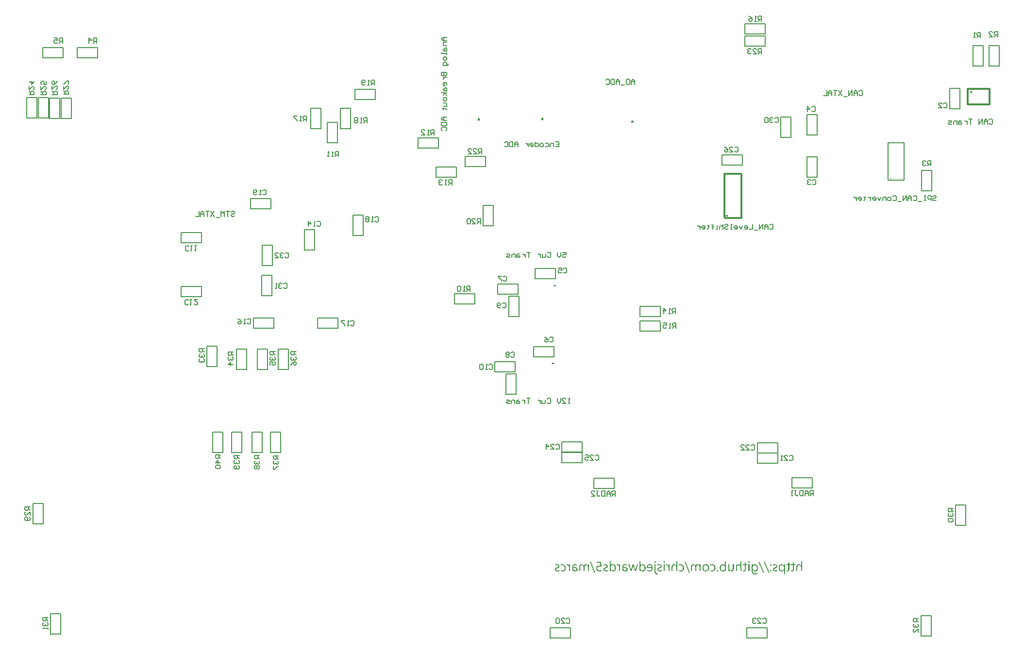
<source format=gbo>
G04 Layer_Color=32896*
%FSLAX25Y25*%
%MOIN*%
G70*
G01*
G75*
%ADD20C,0.01000*%
%ADD61C,0.00500*%
%ADD64C,0.00787*%
%ADD67C,0.00800*%
%ADD96C,0.01181*%
G36*
X391637Y64367D02*
X391775Y64332D01*
X391903Y64286D01*
X392007Y64240D01*
X392099Y64193D01*
X392169Y64147D01*
X392215Y64112D01*
X392227Y64101D01*
X392342Y63985D01*
X392435Y63858D01*
X392528Y63731D01*
X392585Y63615D01*
X392643Y63499D01*
X392678Y63406D01*
X392701Y63349D01*
X392713Y63337D01*
Y63326D01*
X392736D01*
Y64297D01*
X393488D01*
Y59600D01*
X392736D01*
Y61983D01*
X392724Y62261D01*
X392689Y62504D01*
X392632Y62724D01*
X392574Y62897D01*
X392516Y63036D01*
X392458Y63140D01*
X392423Y63198D01*
X392412Y63221D01*
X392284Y63372D01*
X392146Y63487D01*
X392018Y63569D01*
X391880Y63626D01*
X391775Y63661D01*
X391683Y63673D01*
X391625Y63684D01*
X391602D01*
X391475Y63673D01*
X391359Y63661D01*
X391255Y63638D01*
X391174Y63615D01*
X391116Y63580D01*
X391070Y63557D01*
X391047Y63545D01*
X391035Y63534D01*
Y64309D01*
X391093Y64332D01*
X391174Y64355D01*
X391313Y64367D01*
X391382Y64378D01*
X391486D01*
X391637Y64367D01*
D02*
G37*
G36*
X426011D02*
X426150Y64332D01*
X426277Y64286D01*
X426381Y64240D01*
X426474Y64193D01*
X426543Y64147D01*
X426589Y64112D01*
X426601Y64101D01*
X426717Y63985D01*
X426809Y63858D01*
X426902Y63731D01*
X426960Y63615D01*
X427018Y63499D01*
X427052Y63406D01*
X427075Y63349D01*
X427087Y63337D01*
Y63326D01*
X427110D01*
Y64297D01*
X427862D01*
Y59600D01*
X427110D01*
Y61983D01*
X427099Y62261D01*
X427064Y62504D01*
X427006Y62724D01*
X426948Y62897D01*
X426890Y63036D01*
X426832Y63140D01*
X426798Y63198D01*
X426786Y63221D01*
X426659Y63372D01*
X426520Y63487D01*
X426393Y63569D01*
X426254Y63626D01*
X426150Y63661D01*
X426057Y63673D01*
X425999Y63684D01*
X425976D01*
X425849Y63673D01*
X425733Y63661D01*
X425629Y63638D01*
X425548Y63615D01*
X425490Y63580D01*
X425444Y63557D01*
X425421Y63545D01*
X425409Y63534D01*
Y64309D01*
X425467Y64332D01*
X425548Y64355D01*
X425687Y64367D01*
X425757Y64378D01*
X425861D01*
X426011Y64367D01*
D02*
G37*
G36*
X531286Y60514D02*
X531356Y60502D01*
X531472Y60445D01*
X531518Y60410D01*
X531553Y60387D01*
X531564Y60375D01*
X531576Y60364D01*
X531622Y60306D01*
X531657Y60248D01*
X531703Y60132D01*
X531715Y60074D01*
X531726Y60040D01*
Y60017D01*
Y60005D01*
X531715Y59935D01*
X531703Y59866D01*
X531645Y59750D01*
X531622Y59704D01*
X531599Y59669D01*
X531587Y59658D01*
X531576Y59646D01*
X531518Y59600D01*
X531460Y59565D01*
X531344Y59531D01*
X531286Y59519D01*
X531252Y59507D01*
X531217D01*
X531136Y59519D01*
X531067Y59531D01*
X530951Y59577D01*
X530905Y59600D01*
X530870Y59623D01*
X530858Y59646D01*
X530847D01*
X530800Y59704D01*
X530754Y59762D01*
X530720Y59878D01*
X530708Y59935D01*
X530696Y59970D01*
Y59993D01*
Y60005D01*
X530708Y60086D01*
X530720Y60144D01*
X530766Y60259D01*
X530800Y60306D01*
X530824Y60340D01*
X530835Y60352D01*
X530847Y60364D01*
X530905Y60422D01*
X530963Y60456D01*
X531090Y60502D01*
X531136Y60514D01*
X531182Y60526D01*
X531217D01*
X531286Y60514D01*
D02*
G37*
G36*
X534202Y64390D02*
X534318Y64378D01*
X534410Y64355D01*
X534503Y64344D01*
X534561Y64321D01*
X534607Y64309D01*
X534619D01*
X534850Y64240D01*
X534943Y64193D01*
X535024Y64147D01*
X535105Y64112D01*
X535151Y64078D01*
X535186Y64066D01*
X535197Y64054D01*
X535359Y63916D01*
X535486Y63777D01*
X535533Y63719D01*
X535567Y63673D01*
X535579Y63638D01*
X535591Y63626D01*
X535637Y63534D01*
X535672Y63430D01*
X535706Y63337D01*
X535718Y63245D01*
X535729Y63164D01*
X535741Y63106D01*
Y63059D01*
Y63048D01*
X535729Y62851D01*
X535718Y62770D01*
X535706Y62701D01*
X535695Y62643D01*
X535683Y62597D01*
X535672Y62573D01*
Y62562D01*
X535602Y62423D01*
X535521Y62307D01*
X535486Y62261D01*
X535452Y62226D01*
X535440Y62215D01*
X535428Y62203D01*
X535301Y62099D01*
X535174Y62007D01*
X535116Y61972D01*
X535070Y61949D01*
X535047Y61937D01*
X535035Y61926D01*
X534850Y61833D01*
X534665Y61752D01*
X534595Y61729D01*
X534538Y61706D01*
X534491Y61683D01*
X534480D01*
X534318Y61613D01*
X534191Y61567D01*
X534133Y61544D01*
X534098Y61521D01*
X534075Y61509D01*
X534063D01*
X533924Y61451D01*
X533820Y61382D01*
X533751Y61347D01*
X533739Y61324D01*
X533728D01*
X533624Y61255D01*
X533554Y61173D01*
X533508Y61116D01*
X533496Y61104D01*
Y61093D01*
X533450Y60988D01*
X533427Y60884D01*
X533415Y60850D01*
Y60815D01*
Y60792D01*
Y60780D01*
X533427Y60664D01*
X533462Y60560D01*
X533508Y60479D01*
X533566Y60398D01*
X533647Y60340D01*
X533728Y60283D01*
X533901Y60202D01*
X534086Y60155D01*
X534248Y60132D01*
X534306Y60121D01*
X534399D01*
X534665Y60144D01*
X534920Y60190D01*
X535151Y60259D01*
X535348Y60352D01*
X535521Y60433D01*
X535648Y60502D01*
X535695Y60526D01*
X535729Y60549D01*
X535741Y60572D01*
X535752D01*
Y59762D01*
X535544Y59669D01*
X535336Y59612D01*
X535128Y59565D01*
X534931Y59531D01*
X534758Y59507D01*
X534619Y59496D01*
X534503D01*
X534237Y59507D01*
X534121Y59519D01*
X534005Y59542D01*
X533924Y59554D01*
X533855Y59565D01*
X533809Y59577D01*
X533797D01*
X533670Y59612D01*
X533566Y59646D01*
X533462Y59681D01*
X533381Y59727D01*
X533300Y59762D01*
X533253Y59797D01*
X533219Y59808D01*
X533207Y59820D01*
X533034Y59959D01*
X532964Y60028D01*
X532906Y60097D01*
X532860Y60155D01*
X532825Y60202D01*
X532814Y60236D01*
X532802Y60248D01*
X532744Y60352D01*
X532710Y60445D01*
X532675Y60549D01*
X532663Y60641D01*
X532652Y60722D01*
X532640Y60792D01*
Y60838D01*
Y60850D01*
X532652Y61046D01*
X532663Y61127D01*
X532686Y61197D01*
X532698Y61255D01*
X532721Y61301D01*
X532733Y61324D01*
Y61335D01*
X532814Y61486D01*
X532895Y61602D01*
X532941Y61648D01*
X532964Y61683D01*
X532987Y61694D01*
X532999Y61706D01*
X533138Y61821D01*
X533277Y61914D01*
X533334Y61949D01*
X533381Y61972D01*
X533415Y61995D01*
X533427D01*
X533612Y62088D01*
X533797Y62169D01*
X533867Y62192D01*
X533924Y62215D01*
X533971Y62238D01*
X533982D01*
X534144Y62307D01*
X534271Y62354D01*
X534329Y62377D01*
X534364Y62388D01*
X534387Y62400D01*
X534399D01*
X534526Y62458D01*
X534619Y62516D01*
X534688Y62562D01*
X534700Y62573D01*
X534711D01*
X534792Y62655D01*
X534862Y62724D01*
X534896Y62770D01*
X534908Y62793D01*
X534943Y62897D01*
X534966Y63002D01*
X534977Y63036D01*
Y63071D01*
Y63094D01*
Y63106D01*
X534966Y63210D01*
X534943Y63291D01*
X534920Y63349D01*
X534908Y63372D01*
X534850Y63453D01*
X534792Y63522D01*
X534746Y63569D01*
X534723Y63580D01*
X534619Y63638D01*
X534526Y63684D01*
X534457Y63707D01*
X534445Y63719D01*
X534434D01*
X534295Y63742D01*
X534179Y63765D01*
X534052D01*
X533809Y63754D01*
X533577Y63719D01*
X533369Y63661D01*
X533195Y63603D01*
X533057Y63534D01*
X532953Y63487D01*
X532883Y63441D01*
X532860Y63430D01*
Y64193D01*
X533045Y64263D01*
X533230Y64309D01*
X533415Y64355D01*
X533577Y64378D01*
X533728Y64390D01*
X533844Y64402D01*
X533948D01*
X534202Y64390D01*
D02*
G37*
G36*
X494783Y60514D02*
X494852Y60502D01*
X494968Y60445D01*
X495014Y60410D01*
X495049Y60387D01*
X495061Y60375D01*
X495072Y60364D01*
X495119Y60306D01*
X495153Y60248D01*
X495200Y60132D01*
X495211Y60074D01*
X495223Y60040D01*
Y60017D01*
Y60005D01*
X495211Y59935D01*
X495200Y59866D01*
X495142Y59750D01*
X495119Y59704D01*
X495095Y59669D01*
X495084Y59658D01*
X495072Y59646D01*
X495014Y59600D01*
X494957Y59565D01*
X494841Y59531D01*
X494783Y59519D01*
X494748Y59507D01*
X494714D01*
X494633Y59519D01*
X494563Y59531D01*
X494448Y59577D01*
X494401Y59600D01*
X494367Y59623D01*
X494355Y59646D01*
X494344D01*
X494297Y59704D01*
X494251Y59762D01*
X494216Y59878D01*
X494205Y59935D01*
X494193Y59970D01*
Y59993D01*
Y60005D01*
X494205Y60086D01*
X494216Y60144D01*
X494263Y60259D01*
X494297Y60306D01*
X494320Y60340D01*
X494332Y60352D01*
X494344Y60364D01*
X494401Y60422D01*
X494459Y60456D01*
X494586Y60502D01*
X494633Y60514D01*
X494679Y60526D01*
X494714D01*
X494783Y60514D01*
D02*
G37*
G36*
X458430Y59600D02*
X457678D01*
Y64297D01*
X458430D01*
Y59600D01*
D02*
G37*
G36*
X448202Y64390D02*
X448364Y64367D01*
X448515Y64332D01*
X448665Y64297D01*
X448931Y64182D01*
X449151Y64054D01*
X449244Y63985D01*
X449336Y63927D01*
X449406Y63869D01*
X449463Y63811D01*
X449510Y63777D01*
X449544Y63742D01*
X449568Y63719D01*
X449579Y63707D01*
X449683Y63580D01*
X449776Y63430D01*
X449868Y63291D01*
X449938Y63140D01*
X450042Y62840D01*
X450111Y62562D01*
X450146Y62435D01*
X450158Y62307D01*
X450169Y62203D01*
X450181Y62111D01*
X450192Y62030D01*
Y61972D01*
Y61937D01*
Y61926D01*
X450181Y61717D01*
X450169Y61521D01*
X450135Y61335D01*
X450100Y61162D01*
X450065Y61000D01*
X450007Y60850D01*
X449961Y60711D01*
X449903Y60595D01*
X449857Y60491D01*
X449799Y60398D01*
X449753Y60317D01*
X449718Y60248D01*
X449672Y60202D01*
X449649Y60167D01*
X449637Y60144D01*
X449625Y60132D01*
X449510Y60017D01*
X449394Y59924D01*
X449267Y59843D01*
X449139Y59762D01*
X448885Y59646D01*
X448630Y59577D01*
X448411Y59531D01*
X448306Y59519D01*
X448225Y59507D01*
X448156Y59496D01*
X448064D01*
X447705Y59519D01*
X447381Y59565D01*
X447103Y59635D01*
X446976Y59669D01*
X446860Y59716D01*
X446768Y59762D01*
X446675Y59797D01*
X446606Y59831D01*
X446548Y59866D01*
X446490Y59901D01*
X446455Y59912D01*
X446444Y59935D01*
X446432D01*
Y60641D01*
X446559Y60549D01*
X446687Y60468D01*
X446941Y60340D01*
X447184Y60248D01*
X447404Y60190D01*
X447601Y60144D01*
X447682Y60132D01*
X447751D01*
X447809Y60121D01*
X447890D01*
X448144Y60144D01*
X448364Y60190D01*
X448549Y60248D01*
X448711Y60329D01*
X448839Y60410D01*
X448931Y60468D01*
X448978Y60514D01*
X449001Y60537D01*
X449128Y60711D01*
X449232Y60907D01*
X449301Y61116D01*
X449359Y61301D01*
X449394Y61486D01*
Y61555D01*
X449406Y61625D01*
X449417Y61683D01*
Y61717D01*
Y61740D01*
Y61752D01*
X446097D01*
Y62145D01*
Y62342D01*
X446120Y62527D01*
X446143Y62689D01*
X446178Y62851D01*
X446212Y63002D01*
X446259Y63140D01*
X446305Y63256D01*
X446351Y63372D01*
X446397Y63476D01*
X446444Y63557D01*
X446490Y63626D01*
X446525Y63696D01*
X446559Y63742D01*
X446583Y63777D01*
X446594Y63788D01*
X446606Y63800D01*
X446710Y63904D01*
X446814Y63997D01*
X446930Y64078D01*
X447045Y64147D01*
X447277Y64251D01*
X447508Y64332D01*
X447716Y64367D01*
X447797Y64378D01*
X447878Y64390D01*
X447936Y64402D01*
X448029D01*
X448202Y64390D01*
D02*
G37*
G36*
X469433D02*
X469618Y64367D01*
X469803Y64332D01*
X469977Y64297D01*
X470127Y64240D01*
X470278Y64182D01*
X470405Y64112D01*
X470532Y64054D01*
X470637Y63985D01*
X470741Y63916D01*
X470822Y63858D01*
X470880Y63811D01*
X470937Y63765D01*
X470972Y63731D01*
X470995Y63707D01*
X471007Y63696D01*
X471123Y63557D01*
X471227Y63418D01*
X471308Y63268D01*
X471389Y63106D01*
X471446Y62955D01*
X471504Y62793D01*
X471585Y62504D01*
X471608Y62365D01*
X471632Y62238D01*
X471643Y62122D01*
X471655Y62030D01*
X471666Y61949D01*
Y61879D01*
Y61845D01*
Y61833D01*
X471655Y61648D01*
X471643Y61463D01*
X471574Y61127D01*
X471470Y60838D01*
X471412Y60711D01*
X471354Y60595D01*
X471308Y60491D01*
X471250Y60398D01*
X471192Y60329D01*
X471146Y60259D01*
X471111Y60213D01*
X471076Y60179D01*
X471065Y60155D01*
X471053Y60144D01*
X470937Y60028D01*
X470810Y59935D01*
X470671Y59843D01*
X470544Y59774D01*
X470266Y59658D01*
X470012Y59577D01*
X469780Y59531D01*
X469688Y59519D01*
X469595Y59507D01*
X469526Y59496D01*
X469433D01*
X469167Y59507D01*
X468924Y59542D01*
X468704Y59600D01*
X468508Y59658D01*
X468357Y59704D01*
X468242Y59762D01*
X468207Y59785D01*
X468172Y59797D01*
X468161Y59808D01*
X468149D01*
Y60526D01*
X468357Y60387D01*
X468554Y60294D01*
X468751Y60225D01*
X468936Y60167D01*
X469086Y60144D01*
X469202Y60132D01*
X469248Y60121D01*
X469306D01*
X469560Y60144D01*
X469792Y60190D01*
X470000Y60271D01*
X470162Y60364D01*
X470301Y60445D01*
X470394Y60526D01*
X470451Y60572D01*
X470475Y60595D01*
X470613Y60792D01*
X470717Y61000D01*
X470798Y61220D01*
X470845Y61428D01*
X470880Y61613D01*
X470891Y61694D01*
Y61764D01*
X470903Y61821D01*
Y61868D01*
Y61891D01*
Y61902D01*
X470880Y62203D01*
X470833Y62469D01*
X470752Y62689D01*
X470671Y62886D01*
X470590Y63036D01*
X470509Y63152D01*
X470463Y63221D01*
X470440Y63245D01*
X470347Y63337D01*
X470255Y63418D01*
X470058Y63545D01*
X469861Y63638D01*
X469676Y63696D01*
X469514Y63742D01*
X469375Y63754D01*
X469329Y63765D01*
X469260D01*
X469040Y63754D01*
X468832Y63707D01*
X468635Y63649D01*
X468473Y63592D01*
X468334Y63522D01*
X468230Y63464D01*
X468161Y63418D01*
X468137Y63406D01*
Y64170D01*
X468323Y64251D01*
X468508Y64309D01*
X468693Y64344D01*
X468855Y64378D01*
X469005Y64390D01*
X469121Y64402D01*
X469225D01*
X469433Y64390D01*
D02*
G37*
G36*
X388304D02*
X388490Y64367D01*
X388675Y64332D01*
X388848Y64297D01*
X388999Y64240D01*
X389149Y64182D01*
X389276Y64112D01*
X389404Y64054D01*
X389508Y63985D01*
X389612Y63916D01*
X389693Y63858D01*
X389751Y63811D01*
X389809Y63765D01*
X389843Y63731D01*
X389866Y63707D01*
X389878Y63696D01*
X389994Y63557D01*
X390098Y63418D01*
X390179Y63268D01*
X390260Y63106D01*
X390318Y62955D01*
X390375Y62793D01*
X390456Y62504D01*
X390480Y62365D01*
X390503Y62238D01*
X390514Y62122D01*
X390526Y62030D01*
X390537Y61949D01*
Y61879D01*
Y61845D01*
Y61833D01*
X390526Y61648D01*
X390514Y61463D01*
X390445Y61127D01*
X390341Y60838D01*
X390283Y60711D01*
X390225Y60595D01*
X390179Y60491D01*
X390121Y60398D01*
X390063Y60329D01*
X390017Y60259D01*
X389982Y60213D01*
X389947Y60179D01*
X389936Y60155D01*
X389924Y60144D01*
X389809Y60028D01*
X389681Y59935D01*
X389542Y59843D01*
X389415Y59774D01*
X389138Y59658D01*
X388883Y59577D01*
X388651Y59531D01*
X388559Y59519D01*
X388466Y59507D01*
X388397Y59496D01*
X388304D01*
X388038Y59507D01*
X387795Y59542D01*
X387576Y59600D01*
X387379Y59658D01*
X387228Y59704D01*
X387113Y59762D01*
X387078Y59785D01*
X387043Y59797D01*
X387032Y59808D01*
X387020D01*
Y60526D01*
X387228Y60387D01*
X387425Y60294D01*
X387622Y60225D01*
X387807Y60167D01*
X387957Y60144D01*
X388073Y60132D01*
X388119Y60121D01*
X388177D01*
X388432Y60144D01*
X388663Y60190D01*
X388871Y60271D01*
X389033Y60364D01*
X389172Y60445D01*
X389265Y60526D01*
X389323Y60572D01*
X389346Y60595D01*
X389485Y60792D01*
X389589Y61000D01*
X389670Y61220D01*
X389716Y61428D01*
X389751Y61613D01*
X389762Y61694D01*
Y61764D01*
X389774Y61821D01*
Y61868D01*
Y61891D01*
Y61902D01*
X389751Y62203D01*
X389704Y62469D01*
X389623Y62689D01*
X389542Y62886D01*
X389461Y63036D01*
X389380Y63152D01*
X389334Y63221D01*
X389311Y63245D01*
X389218Y63337D01*
X389126Y63418D01*
X388929Y63545D01*
X388733Y63638D01*
X388547Y63696D01*
X388385Y63742D01*
X388247Y63754D01*
X388200Y63765D01*
X388131D01*
X387911Y63754D01*
X387703Y63707D01*
X387506Y63649D01*
X387344Y63592D01*
X387205Y63522D01*
X387101Y63464D01*
X387032Y63418D01*
X387009Y63406D01*
Y64170D01*
X387194Y64251D01*
X387379Y64309D01*
X387564Y64344D01*
X387726Y64378D01*
X387876Y64390D01*
X387992Y64402D01*
X388096D01*
X388304Y64390D01*
D02*
G37*
G36*
X459842Y64367D02*
X459981Y64332D01*
X460108Y64286D01*
X460212Y64240D01*
X460304Y64193D01*
X460374Y64147D01*
X460420Y64112D01*
X460432Y64101D01*
X460547Y63985D01*
X460640Y63858D01*
X460733Y63731D01*
X460790Y63615D01*
X460848Y63499D01*
X460883Y63406D01*
X460906Y63349D01*
X460918Y63337D01*
Y63326D01*
X460941D01*
Y64297D01*
X461693D01*
Y59600D01*
X460941D01*
Y61983D01*
X460929Y62261D01*
X460895Y62504D01*
X460837Y62724D01*
X460779Y62897D01*
X460721Y63036D01*
X460663Y63140D01*
X460629Y63198D01*
X460617Y63221D01*
X460490Y63372D01*
X460351Y63487D01*
X460223Y63569D01*
X460085Y63626D01*
X459981Y63661D01*
X459888Y63673D01*
X459830Y63684D01*
X459807D01*
X459680Y63673D01*
X459564Y63661D01*
X459460Y63638D01*
X459379Y63615D01*
X459321Y63580D01*
X459275Y63557D01*
X459252Y63545D01*
X459240Y63534D01*
Y64309D01*
X459298Y64332D01*
X459379Y64355D01*
X459518Y64367D01*
X459587Y64378D01*
X459691D01*
X459842Y64367D01*
D02*
G37*
G36*
X516604Y59600D02*
X515852D01*
Y64297D01*
X516604D01*
Y59600D01*
D02*
G37*
G36*
X486719Y64390D02*
X486915Y64378D01*
X487101Y64344D01*
X487263Y64297D01*
X487425Y64251D01*
X487564Y64193D01*
X487702Y64124D01*
X487818Y64066D01*
X487922Y64008D01*
X488015Y63939D01*
X488096Y63881D01*
X488165Y63835D01*
X488211Y63788D01*
X488246Y63765D01*
X488269Y63742D01*
X488281Y63731D01*
X488397Y63603D01*
X488489Y63464D01*
X488570Y63314D01*
X488651Y63164D01*
X488767Y62863D01*
X488836Y62562D01*
X488859Y62423D01*
X488882Y62296D01*
X488894Y62180D01*
X488906Y62088D01*
X488917Y62007D01*
Y61949D01*
Y61902D01*
Y61891D01*
X488906Y61694D01*
X488894Y61509D01*
X488825Y61162D01*
X488778Y61000D01*
X488720Y60861D01*
X488663Y60734D01*
X488605Y60607D01*
X488558Y60502D01*
X488501Y60410D01*
X488443Y60329D01*
X488397Y60259D01*
X488362Y60213D01*
X488327Y60179D01*
X488315Y60155D01*
X488304Y60144D01*
X488177Y60028D01*
X488049Y59935D01*
X487922Y59843D01*
X487783Y59774D01*
X487506Y59658D01*
X487240Y59577D01*
X487112Y59554D01*
X486997Y59531D01*
X486892Y59519D01*
X486811Y59507D01*
X486742Y59496D01*
X486638D01*
X486441Y59507D01*
X486256Y59531D01*
X486083Y59554D01*
X485920Y59600D01*
X485770Y59646D01*
X485631Y59704D01*
X485504Y59774D01*
X485388Y59831D01*
X485284Y59889D01*
X485192Y59959D01*
X485122Y60017D01*
X485053Y60063D01*
X485007Y60109D01*
X484972Y60144D01*
X484949Y60155D01*
X484937Y60167D01*
X484821Y60294D01*
X484729Y60433D01*
X484636Y60584D01*
X484567Y60734D01*
X484451Y61035D01*
X484382Y61312D01*
X484359Y61451D01*
X484335Y61567D01*
X484324Y61683D01*
X484312Y61775D01*
X484301Y61856D01*
Y61914D01*
Y61949D01*
Y61960D01*
X484312Y62169D01*
X484324Y62365D01*
X484359Y62550D01*
X484393Y62724D01*
X484440Y62886D01*
X484486Y63036D01*
X484544Y63164D01*
X484590Y63291D01*
X484648Y63395D01*
X484706Y63487D01*
X484752Y63569D01*
X484798Y63638D01*
X484833Y63684D01*
X484868Y63719D01*
X484879Y63742D01*
X484891Y63754D01*
X485007Y63869D01*
X485134Y63973D01*
X485261Y64054D01*
X485400Y64124D01*
X485666Y64240D01*
X485932Y64321D01*
X486164Y64367D01*
X486268Y64378D01*
X486349Y64390D01*
X486418Y64402D01*
X486522D01*
X486719Y64390D01*
D02*
G37*
G36*
X475889Y58512D02*
X475195D01*
X472037Y66172D01*
X472754D01*
X475889Y58512D01*
D02*
G37*
G36*
X526670D02*
X525976D01*
X522817Y66172D01*
X523535D01*
X526670Y58512D01*
D02*
G37*
G36*
X410889D02*
X410195D01*
X407036Y66172D01*
X407754D01*
X410889Y58512D01*
D02*
G37*
G36*
X452159Y59669D02*
X452171Y59380D01*
X452206Y59126D01*
X452252Y58917D01*
X452321Y58732D01*
X452391Y58570D01*
X452483Y58431D01*
X452576Y58327D01*
X452668Y58246D01*
X452761Y58177D01*
X452853Y58119D01*
X452946Y58084D01*
X453015Y58061D01*
X453085Y58050D01*
X453131Y58038D01*
X453177D01*
X453293Y58050D01*
X453409Y58073D01*
X453513Y58108D01*
X453606Y58142D01*
X453687Y58177D01*
X453756Y58212D01*
X453802Y58235D01*
X453814Y58246D01*
Y57541D01*
X453698Y57494D01*
X453594Y57460D01*
X453478Y57425D01*
X453386Y57413D01*
X453305Y57402D01*
X453247Y57390D01*
X453189D01*
X453027Y57402D01*
X452888Y57413D01*
X452622Y57494D01*
X452391Y57587D01*
X452206Y57714D01*
X452067Y57830D01*
X451951Y57922D01*
X451893Y58003D01*
X451870Y58015D01*
Y58026D01*
X451789Y58154D01*
X451720Y58281D01*
X451604Y58570D01*
X451523Y58859D01*
X451465Y59149D01*
X451442Y59276D01*
X451430Y59403D01*
X451419Y59507D01*
Y59612D01*
X451407Y59693D01*
Y59750D01*
Y59785D01*
Y59797D01*
Y64297D01*
X452159D01*
Y59669D01*
D02*
G37*
G36*
X538795Y64390D02*
X538969Y64367D01*
X539143Y64321D01*
X539304Y64251D01*
X539443Y64182D01*
X539582Y64101D01*
X539698Y64020D01*
X539802Y63939D01*
X539906Y63846D01*
X539987Y63765D01*
X540057Y63684D01*
X540114Y63615D01*
X540161Y63557D01*
X540195Y63511D01*
X540207Y63476D01*
X540218Y63464D01*
X540242D01*
Y64297D01*
X540994D01*
Y57448D01*
X540242D01*
Y60271D01*
X540218D01*
X540126Y60132D01*
X540010Y60017D01*
X539906Y59912D01*
X539790Y59820D01*
X539675Y59750D01*
X539547Y59681D01*
X539328Y59588D01*
X539119Y59542D01*
X539038Y59519D01*
X538957Y59507D01*
X538900Y59496D01*
X538807D01*
X538622Y59507D01*
X538448Y59531D01*
X538298Y59565D01*
X538147Y59612D01*
X537870Y59716D01*
X537754Y59785D01*
X537650Y59855D01*
X537557Y59912D01*
X537476Y59982D01*
X537407Y60040D01*
X537349Y60097D01*
X537303Y60132D01*
X537268Y60167D01*
X537257Y60190D01*
X537245Y60202D01*
X537141Y60340D01*
X537048Y60491D01*
X536979Y60641D01*
X536909Y60792D01*
X536805Y61104D01*
X536736Y61405D01*
X536713Y61544D01*
X536701Y61671D01*
X536678Y61787D01*
Y61879D01*
X536666Y61960D01*
Y62030D01*
Y62064D01*
Y62076D01*
Y62273D01*
X536690Y62458D01*
X536748Y62793D01*
X536782Y62944D01*
X536829Y63083D01*
X536875Y63210D01*
X536921Y63326D01*
X536967Y63418D01*
X537014Y63511D01*
X537060Y63592D01*
X537095Y63649D01*
X537129Y63696D01*
X537152Y63742D01*
X537164Y63754D01*
X537176Y63765D01*
X537280Y63881D01*
X537384Y63973D01*
X537500Y64066D01*
X537615Y64135D01*
X537847Y64251D01*
X538078Y64321D01*
X538286Y64367D01*
X538367Y64378D01*
X538448Y64390D01*
X538506Y64402D01*
X538599D01*
X538795Y64390D01*
D02*
G37*
G36*
X530326Y58512D02*
X529632D01*
X526473Y66172D01*
X527191D01*
X530326Y58512D01*
D02*
G37*
G36*
X441700Y63638D02*
X441723D01*
X441816Y63777D01*
X441908Y63893D01*
X442012Y63997D01*
X442128Y64078D01*
X442244Y64159D01*
X442359Y64216D01*
X442591Y64309D01*
X442799Y64367D01*
X442892Y64378D01*
X442961Y64390D01*
X443031Y64402D01*
X443123D01*
X443308Y64390D01*
X443470Y64367D01*
X443632Y64332D01*
X443783Y64297D01*
X444049Y64182D01*
X444280Y64054D01*
X444373Y63985D01*
X444454Y63916D01*
X444535Y63858D01*
X444593Y63811D01*
X444639Y63765D01*
X444673Y63731D01*
X444685Y63707D01*
X444697Y63696D01*
X444801Y63557D01*
X444882Y63418D01*
X444963Y63268D01*
X445032Y63117D01*
X445136Y62805D01*
X445206Y62504D01*
X445229Y62365D01*
X445240Y62238D01*
X445252Y62122D01*
X445263Y62030D01*
X445275Y61949D01*
Y61879D01*
Y61845D01*
Y61833D01*
X445263Y61636D01*
X445252Y61451D01*
X445229Y61266D01*
X445194Y61104D01*
X445159Y60954D01*
X445113Y60815D01*
X445067Y60688D01*
X445009Y60572D01*
X444963Y60468D01*
X444916Y60375D01*
X444870Y60294D01*
X444835Y60236D01*
X444801Y60190D01*
X444778Y60155D01*
X444754Y60132D01*
Y60121D01*
X444650Y60017D01*
X444535Y59912D01*
X444430Y59831D01*
X444303Y59762D01*
X444072Y59646D01*
X443840Y59577D01*
X443644Y59531D01*
X443551Y59519D01*
X443482Y59507D01*
X443412Y59496D01*
X443331D01*
X443135Y59507D01*
X442949Y59531D01*
X442776Y59577D01*
X442626Y59635D01*
X442475Y59704D01*
X442348Y59774D01*
X442221Y59855D01*
X442116Y59947D01*
X442024Y60028D01*
X441943Y60109D01*
X441874Y60179D01*
X441816Y60248D01*
X441781Y60306D01*
X441746Y60352D01*
X441723Y60375D01*
Y60387D01*
X441700D01*
Y59600D01*
X440948D01*
Y66554D01*
X441700D01*
Y63638D01*
D02*
G37*
G36*
X454878Y64390D02*
X454994Y64378D01*
X455087Y64355D01*
X455179Y64344D01*
X455237Y64321D01*
X455283Y64309D01*
X455295D01*
X455526Y64240D01*
X455619Y64193D01*
X455700Y64147D01*
X455781Y64112D01*
X455827Y64078D01*
X455862Y64066D01*
X455873Y64054D01*
X456035Y63916D01*
X456163Y63777D01*
X456209Y63719D01*
X456244Y63673D01*
X456255Y63638D01*
X456267Y63626D01*
X456313Y63534D01*
X456348Y63430D01*
X456382Y63337D01*
X456394Y63245D01*
X456405Y63164D01*
X456417Y63106D01*
Y63059D01*
Y63048D01*
X456405Y62851D01*
X456394Y62770D01*
X456382Y62701D01*
X456371Y62643D01*
X456359Y62597D01*
X456348Y62573D01*
Y62562D01*
X456278Y62423D01*
X456197Y62307D01*
X456163Y62261D01*
X456128Y62226D01*
X456116Y62215D01*
X456105Y62203D01*
X455977Y62099D01*
X455850Y62007D01*
X455792Y61972D01*
X455746Y61949D01*
X455723Y61937D01*
X455711Y61926D01*
X455526Y61833D01*
X455341Y61752D01*
X455272Y61729D01*
X455214Y61706D01*
X455167Y61683D01*
X455156D01*
X454994Y61613D01*
X454867Y61567D01*
X454809Y61544D01*
X454774Y61521D01*
X454751Y61509D01*
X454739D01*
X454600Y61451D01*
X454496Y61382D01*
X454427Y61347D01*
X454415Y61324D01*
X454404D01*
X454300Y61255D01*
X454230Y61173D01*
X454184Y61116D01*
X454172Y61104D01*
Y61093D01*
X454126Y60988D01*
X454103Y60884D01*
X454091Y60850D01*
Y60815D01*
Y60792D01*
Y60780D01*
X454103Y60664D01*
X454138Y60560D01*
X454184Y60479D01*
X454242Y60398D01*
X454323Y60340D01*
X454404Y60283D01*
X454577Y60202D01*
X454763Y60155D01*
X454924Y60132D01*
X454982Y60121D01*
X455075D01*
X455341Y60144D01*
X455595Y60190D01*
X455827Y60259D01*
X456024Y60352D01*
X456197Y60433D01*
X456324Y60502D01*
X456371Y60526D01*
X456405Y60549D01*
X456417Y60572D01*
X456429D01*
Y59762D01*
X456220Y59669D01*
X456012Y59612D01*
X455804Y59565D01*
X455607Y59531D01*
X455434Y59507D01*
X455295Y59496D01*
X455179D01*
X454913Y59507D01*
X454797Y59519D01*
X454681Y59542D01*
X454600Y59554D01*
X454531Y59565D01*
X454485Y59577D01*
X454473D01*
X454346Y59612D01*
X454242Y59646D01*
X454138Y59681D01*
X454057Y59727D01*
X453976Y59762D01*
X453930Y59797D01*
X453895Y59808D01*
X453883Y59820D01*
X453710Y59959D01*
X453640Y60028D01*
X453582Y60097D01*
X453536Y60155D01*
X453501Y60202D01*
X453490Y60236D01*
X453478Y60248D01*
X453420Y60352D01*
X453386Y60445D01*
X453351Y60549D01*
X453339Y60641D01*
X453328Y60722D01*
X453316Y60792D01*
Y60838D01*
Y60850D01*
X453328Y61046D01*
X453339Y61127D01*
X453363Y61197D01*
X453374Y61255D01*
X453397Y61301D01*
X453409Y61324D01*
Y61335D01*
X453490Y61486D01*
X453571Y61602D01*
X453617Y61648D01*
X453640Y61683D01*
X453663Y61694D01*
X453675Y61706D01*
X453814Y61821D01*
X453953Y61914D01*
X454010Y61949D01*
X454057Y61972D01*
X454091Y61995D01*
X454103D01*
X454288Y62088D01*
X454473Y62169D01*
X454543Y62192D01*
X454600Y62215D01*
X454647Y62238D01*
X454658D01*
X454820Y62307D01*
X454948Y62354D01*
X455006Y62377D01*
X455040Y62388D01*
X455063Y62400D01*
X455075D01*
X455202Y62458D01*
X455295Y62516D01*
X455364Y62562D01*
X455376Y62573D01*
X455387D01*
X455468Y62655D01*
X455538Y62724D01*
X455572Y62770D01*
X455584Y62793D01*
X455619Y62897D01*
X455642Y63002D01*
X455653Y63036D01*
Y63071D01*
Y63094D01*
Y63106D01*
X455642Y63210D01*
X455619Y63291D01*
X455595Y63349D01*
X455584Y63372D01*
X455526Y63453D01*
X455468Y63522D01*
X455422Y63569D01*
X455399Y63580D01*
X455295Y63638D01*
X455202Y63684D01*
X455133Y63707D01*
X455121Y63719D01*
X455110D01*
X454971Y63742D01*
X454855Y63765D01*
X454728D01*
X454485Y63754D01*
X454253Y63719D01*
X454045Y63661D01*
X453872Y63603D01*
X453733Y63534D01*
X453629Y63487D01*
X453559Y63441D01*
X453536Y63430D01*
Y64193D01*
X453721Y64263D01*
X453906Y64309D01*
X454091Y64355D01*
X454253Y64378D01*
X454404Y64390D01*
X454520Y64402D01*
X454624D01*
X454878Y64390D01*
D02*
G37*
G36*
X421337Y63638D02*
X421360D01*
X421453Y63777D01*
X421545Y63893D01*
X421649Y63997D01*
X421765Y64078D01*
X421881Y64159D01*
X421996Y64216D01*
X422228Y64309D01*
X422436Y64367D01*
X422529Y64378D01*
X422598Y64390D01*
X422667Y64402D01*
X422760D01*
X422945Y64390D01*
X423107Y64367D01*
X423269Y64332D01*
X423419Y64297D01*
X423686Y64182D01*
X423917Y64054D01*
X424009Y63985D01*
X424090Y63916D01*
X424171Y63858D01*
X424229Y63811D01*
X424276Y63765D01*
X424310Y63731D01*
X424322Y63707D01*
X424333Y63696D01*
X424438Y63557D01*
X424518Y63418D01*
X424600Y63268D01*
X424669Y63117D01*
X424773Y62805D01*
X424843Y62504D01*
X424866Y62365D01*
X424877Y62238D01*
X424889Y62122D01*
X424900Y62030D01*
X424912Y61949D01*
Y61879D01*
Y61845D01*
Y61833D01*
X424900Y61636D01*
X424889Y61451D01*
X424866Y61266D01*
X424831Y61104D01*
X424796Y60954D01*
X424750Y60815D01*
X424704Y60688D01*
X424646Y60572D01*
X424600Y60468D01*
X424553Y60375D01*
X424507Y60294D01*
X424472Y60236D01*
X424438Y60190D01*
X424414Y60155D01*
X424391Y60132D01*
Y60121D01*
X424287Y60017D01*
X424171Y59912D01*
X424067Y59831D01*
X423940Y59762D01*
X423709Y59646D01*
X423477Y59577D01*
X423280Y59531D01*
X423188Y59519D01*
X423118Y59507D01*
X423049Y59496D01*
X422968D01*
X422772Y59507D01*
X422586Y59531D01*
X422413Y59577D01*
X422262Y59635D01*
X422112Y59704D01*
X421985Y59774D01*
X421857Y59855D01*
X421753Y59947D01*
X421661Y60028D01*
X421580Y60109D01*
X421510Y60179D01*
X421453Y60248D01*
X421418Y60306D01*
X421383Y60352D01*
X421360Y60375D01*
Y60387D01*
X421337D01*
Y59600D01*
X420585D01*
Y66554D01*
X421337D01*
Y63638D01*
D02*
G37*
G36*
X384614Y64390D02*
X384729Y64378D01*
X384822Y64355D01*
X384914Y64344D01*
X384972Y64321D01*
X385018Y64309D01*
X385030D01*
X385262Y64240D01*
X385354Y64193D01*
X385435Y64147D01*
X385516Y64112D01*
X385562Y64078D01*
X385597Y64066D01*
X385609Y64054D01*
X385771Y63916D01*
X385898Y63777D01*
X385944Y63719D01*
X385979Y63673D01*
X385990Y63638D01*
X386002Y63626D01*
X386048Y63534D01*
X386083Y63430D01*
X386118Y63337D01*
X386129Y63245D01*
X386141Y63164D01*
X386152Y63106D01*
Y63059D01*
Y63048D01*
X386141Y62851D01*
X386129Y62770D01*
X386118Y62701D01*
X386106Y62643D01*
X386094Y62597D01*
X386083Y62573D01*
Y62562D01*
X386014Y62423D01*
X385933Y62307D01*
X385898Y62261D01*
X385863Y62226D01*
X385852Y62215D01*
X385840Y62203D01*
X385713Y62099D01*
X385585Y62007D01*
X385528Y61972D01*
X385481Y61949D01*
X385458Y61937D01*
X385447Y61926D01*
X385262Y61833D01*
X385076Y61752D01*
X385007Y61729D01*
X384949Y61706D01*
X384903Y61683D01*
X384891D01*
X384729Y61613D01*
X384602Y61567D01*
X384544Y61544D01*
X384509Y61521D01*
X384486Y61509D01*
X384475D01*
X384336Y61451D01*
X384232Y61382D01*
X384162Y61347D01*
X384151Y61324D01*
X384139D01*
X384035Y61255D01*
X383966Y61173D01*
X383919Y61116D01*
X383908Y61104D01*
Y61093D01*
X383861Y60988D01*
X383838Y60884D01*
X383827Y60850D01*
Y60815D01*
Y60792D01*
Y60780D01*
X383838Y60664D01*
X383873Y60560D01*
X383919Y60479D01*
X383977Y60398D01*
X384058Y60340D01*
X384139Y60283D01*
X384313Y60202D01*
X384498Y60155D01*
X384660Y60132D01*
X384718Y60121D01*
X384810D01*
X385076Y60144D01*
X385331Y60190D01*
X385562Y60259D01*
X385759Y60352D01*
X385933Y60433D01*
X386060Y60502D01*
X386106Y60526D01*
X386141Y60549D01*
X386152Y60572D01*
X386164D01*
Y59762D01*
X385956Y59669D01*
X385747Y59612D01*
X385539Y59565D01*
X385343Y59531D01*
X385169Y59507D01*
X385030Y59496D01*
X384914D01*
X384648Y59507D01*
X384533Y59519D01*
X384417Y59542D01*
X384336Y59554D01*
X384266Y59565D01*
X384220Y59577D01*
X384209D01*
X384081Y59612D01*
X383977Y59646D01*
X383873Y59681D01*
X383792Y59727D01*
X383711Y59762D01*
X383665Y59797D01*
X383630Y59808D01*
X383619Y59820D01*
X383445Y59959D01*
X383376Y60028D01*
X383318Y60097D01*
X383272Y60155D01*
X383237Y60202D01*
X383225Y60236D01*
X383214Y60248D01*
X383156Y60352D01*
X383121Y60445D01*
X383086Y60549D01*
X383075Y60641D01*
X383063Y60722D01*
X383052Y60792D01*
Y60838D01*
Y60850D01*
X383063Y61046D01*
X383075Y61127D01*
X383098Y61197D01*
X383109Y61255D01*
X383133Y61301D01*
X383144Y61324D01*
Y61335D01*
X383225Y61486D01*
X383306Y61602D01*
X383352Y61648D01*
X383376Y61683D01*
X383399Y61694D01*
X383410Y61706D01*
X383549Y61821D01*
X383688Y61914D01*
X383746Y61949D01*
X383792Y61972D01*
X383827Y61995D01*
X383838D01*
X384023Y62088D01*
X384209Y62169D01*
X384278Y62192D01*
X384336Y62215D01*
X384382Y62238D01*
X384394D01*
X384556Y62307D01*
X384683Y62354D01*
X384741Y62377D01*
X384776Y62388D01*
X384799Y62400D01*
X384810D01*
X384938Y62458D01*
X385030Y62516D01*
X385100Y62562D01*
X385111Y62573D01*
X385123D01*
X385204Y62655D01*
X385273Y62724D01*
X385308Y62770D01*
X385319Y62793D01*
X385354Y62897D01*
X385377Y63002D01*
X385389Y63036D01*
Y63071D01*
Y63094D01*
Y63106D01*
X385377Y63210D01*
X385354Y63291D01*
X385331Y63349D01*
X385319Y63372D01*
X385262Y63453D01*
X385204Y63522D01*
X385157Y63569D01*
X385134Y63580D01*
X385030Y63638D01*
X384938Y63684D01*
X384868Y63707D01*
X384857Y63719D01*
X384845D01*
X384706Y63742D01*
X384591Y63765D01*
X384463D01*
X384220Y63754D01*
X383989Y63719D01*
X383781Y63661D01*
X383607Y63603D01*
X383468Y63534D01*
X383364Y63487D01*
X383295Y63441D01*
X383272Y63430D01*
Y64193D01*
X383457Y64263D01*
X383642Y64309D01*
X383827Y64355D01*
X383989Y64378D01*
X384139Y64390D01*
X384255Y64402D01*
X384359D01*
X384614Y64390D01*
D02*
G37*
G36*
X417796D02*
X417912Y64378D01*
X418005Y64355D01*
X418097Y64344D01*
X418155Y64321D01*
X418201Y64309D01*
X418213D01*
X418444Y64240D01*
X418537Y64193D01*
X418618Y64147D01*
X418699Y64112D01*
X418745Y64078D01*
X418780Y64066D01*
X418791Y64054D01*
X418953Y63916D01*
X419081Y63777D01*
X419127Y63719D01*
X419162Y63673D01*
X419173Y63638D01*
X419185Y63626D01*
X419231Y63534D01*
X419266Y63430D01*
X419301Y63337D01*
X419312Y63245D01*
X419324Y63164D01*
X419335Y63106D01*
Y63059D01*
Y63048D01*
X419324Y62851D01*
X419312Y62770D01*
X419301Y62701D01*
X419289Y62643D01*
X419277Y62597D01*
X419266Y62573D01*
Y62562D01*
X419196Y62423D01*
X419115Y62307D01*
X419081Y62261D01*
X419046Y62226D01*
X419034Y62215D01*
X419023Y62203D01*
X418895Y62099D01*
X418768Y62007D01*
X418710Y61972D01*
X418664Y61949D01*
X418641Y61937D01*
X418629Y61926D01*
X418444Y61833D01*
X418259Y61752D01*
X418190Y61729D01*
X418132Y61706D01*
X418086Y61683D01*
X418074D01*
X417912Y61613D01*
X417785Y61567D01*
X417727Y61544D01*
X417692Y61521D01*
X417669Y61509D01*
X417658D01*
X417519Y61451D01*
X417415Y61382D01*
X417345Y61347D01*
X417334Y61324D01*
X417322D01*
X417218Y61255D01*
X417148Y61173D01*
X417102Y61116D01*
X417091Y61104D01*
Y61093D01*
X417044Y60988D01*
X417021Y60884D01*
X417010Y60850D01*
Y60815D01*
Y60792D01*
Y60780D01*
X417021Y60664D01*
X417056Y60560D01*
X417102Y60479D01*
X417160Y60398D01*
X417241Y60340D01*
X417322Y60283D01*
X417495Y60202D01*
X417681Y60155D01*
X417843Y60132D01*
X417901Y60121D01*
X417993D01*
X418259Y60144D01*
X418514Y60190D01*
X418745Y60259D01*
X418942Y60352D01*
X419115Y60433D01*
X419243Y60502D01*
X419289Y60526D01*
X419324Y60549D01*
X419335Y60572D01*
X419347D01*
Y59762D01*
X419138Y59669D01*
X418930Y59612D01*
X418722Y59565D01*
X418525Y59531D01*
X418352Y59507D01*
X418213Y59496D01*
X418097D01*
X417831Y59507D01*
X417715Y59519D01*
X417600Y59542D01*
X417519Y59554D01*
X417449Y59565D01*
X417403Y59577D01*
X417391D01*
X417264Y59612D01*
X417160Y59646D01*
X417056Y59681D01*
X416975Y59727D01*
X416894Y59762D01*
X416848Y59797D01*
X416813Y59808D01*
X416801Y59820D01*
X416628Y59959D01*
X416558Y60028D01*
X416501Y60097D01*
X416454Y60155D01*
X416420Y60202D01*
X416408Y60236D01*
X416396Y60248D01*
X416338Y60352D01*
X416304Y60445D01*
X416269Y60549D01*
X416257Y60641D01*
X416246Y60722D01*
X416234Y60792D01*
Y60838D01*
Y60850D01*
X416246Y61046D01*
X416257Y61127D01*
X416281Y61197D01*
X416292Y61255D01*
X416315Y61301D01*
X416327Y61324D01*
Y61335D01*
X416408Y61486D01*
X416489Y61602D01*
X416535Y61648D01*
X416558Y61683D01*
X416581Y61694D01*
X416593Y61706D01*
X416732Y61821D01*
X416871Y61914D01*
X416929Y61949D01*
X416975Y61972D01*
X417010Y61995D01*
X417021D01*
X417206Y62088D01*
X417391Y62169D01*
X417461Y62192D01*
X417519Y62215D01*
X417565Y62238D01*
X417577D01*
X417738Y62307D01*
X417866Y62354D01*
X417924Y62377D01*
X417958Y62388D01*
X417981Y62400D01*
X417993D01*
X418120Y62458D01*
X418213Y62516D01*
X418282Y62562D01*
X418294Y62573D01*
X418305D01*
X418386Y62655D01*
X418456Y62724D01*
X418491Y62770D01*
X418502Y62793D01*
X418537Y62897D01*
X418560Y63002D01*
X418572Y63036D01*
Y63071D01*
Y63094D01*
Y63106D01*
X418560Y63210D01*
X418537Y63291D01*
X418514Y63349D01*
X418502Y63372D01*
X418444Y63453D01*
X418386Y63522D01*
X418340Y63569D01*
X418317Y63580D01*
X418213Y63638D01*
X418120Y63684D01*
X418051Y63707D01*
X418039Y63719D01*
X418028D01*
X417889Y63742D01*
X417773Y63765D01*
X417646D01*
X417403Y63754D01*
X417172Y63719D01*
X416963Y63661D01*
X416790Y63603D01*
X416651Y63534D01*
X416547Y63487D01*
X416477Y63441D01*
X416454Y63430D01*
Y64193D01*
X416639Y64263D01*
X416824Y64309D01*
X417010Y64355D01*
X417172Y64378D01*
X417322Y64390D01*
X417438Y64402D01*
X417542D01*
X417796Y64390D01*
D02*
G37*
G36*
X491023D02*
X491208Y64367D01*
X491393Y64332D01*
X491567Y64297D01*
X491717Y64240D01*
X491867Y64182D01*
X491995Y64112D01*
X492122Y64054D01*
X492226Y63985D01*
X492330Y63916D01*
X492411Y63858D01*
X492469Y63811D01*
X492527Y63765D01*
X492562Y63731D01*
X492585Y63707D01*
X492596Y63696D01*
X492712Y63557D01*
X492816Y63418D01*
X492897Y63268D01*
X492978Y63106D01*
X493036Y62955D01*
X493094Y62793D01*
X493175Y62504D01*
X493198Y62365D01*
X493221Y62238D01*
X493233Y62122D01*
X493244Y62030D01*
X493256Y61949D01*
Y61879D01*
Y61845D01*
Y61833D01*
X493244Y61648D01*
X493233Y61463D01*
X493163Y61127D01*
X493059Y60838D01*
X493001Y60711D01*
X492943Y60595D01*
X492897Y60491D01*
X492839Y60398D01*
X492781Y60329D01*
X492735Y60259D01*
X492700Y60213D01*
X492666Y60179D01*
X492654Y60155D01*
X492643Y60144D01*
X492527Y60028D01*
X492400Y59935D01*
X492261Y59843D01*
X492134Y59774D01*
X491856Y59658D01*
X491601Y59577D01*
X491370Y59531D01*
X491277Y59519D01*
X491185Y59507D01*
X491115Y59496D01*
X491023D01*
X490757Y59507D01*
X490514Y59542D01*
X490294Y59600D01*
X490097Y59658D01*
X489947Y59704D01*
X489831Y59762D01*
X489796Y59785D01*
X489762Y59797D01*
X489750Y59808D01*
X489739D01*
Y60526D01*
X489947Y60387D01*
X490144Y60294D01*
X490340Y60225D01*
X490525Y60167D01*
X490676Y60144D01*
X490792Y60132D01*
X490838Y60121D01*
X490896D01*
X491150Y60144D01*
X491382Y60190D01*
X491590Y60271D01*
X491752Y60364D01*
X491891Y60445D01*
X491983Y60526D01*
X492041Y60572D01*
X492064Y60595D01*
X492203Y60792D01*
X492307Y61000D01*
X492388Y61220D01*
X492434Y61428D01*
X492469Y61613D01*
X492481Y61694D01*
Y61764D01*
X492492Y61821D01*
Y61868D01*
Y61891D01*
Y61902D01*
X492469Y62203D01*
X492423Y62469D01*
X492342Y62689D01*
X492261Y62886D01*
X492180Y63036D01*
X492099Y63152D01*
X492053Y63221D01*
X492029Y63245D01*
X491937Y63337D01*
X491844Y63418D01*
X491648Y63545D01*
X491451Y63638D01*
X491266Y63696D01*
X491104Y63742D01*
X490965Y63754D01*
X490919Y63765D01*
X490849D01*
X490629Y63754D01*
X490421Y63707D01*
X490225Y63649D01*
X490063Y63592D01*
X489924Y63522D01*
X489820Y63464D01*
X489750Y63418D01*
X489727Y63406D01*
Y64170D01*
X489912Y64251D01*
X490097Y64309D01*
X490282Y64344D01*
X490444Y64378D01*
X490595Y64390D01*
X490710Y64402D01*
X490815D01*
X491023Y64390D01*
D02*
G37*
G36*
X438657Y59600D02*
X437905D01*
X436852Y62967D01*
X436806Y63152D01*
X436783Y63221D01*
X436771Y63279D01*
Y63326D01*
X436760Y63360D01*
Y63383D01*
Y63395D01*
X436736D01*
X436725Y63221D01*
X436702Y63083D01*
X436690Y63036D01*
X436679Y62990D01*
X436667Y62967D01*
Y62955D01*
X435695Y59600D01*
X434920D01*
X433508Y64297D01*
X434249D01*
X435209Y60745D01*
X435255Y60584D01*
X435279Y60445D01*
Y60398D01*
X435290Y60364D01*
Y60340D01*
Y60329D01*
X435325D01*
X435348Y60502D01*
X435360Y60572D01*
X435371Y60630D01*
X435383Y60676D01*
Y60722D01*
X435394Y60734D01*
Y60745D01*
X436366Y64297D01*
X437049D01*
X438136Y60769D01*
X438183Y60607D01*
X438206Y60468D01*
Y60410D01*
X438217Y60375D01*
Y60352D01*
Y60340D01*
X438252D01*
X438275Y60514D01*
X438287Y60584D01*
X438298Y60641D01*
X438310Y60688D01*
Y60734D01*
X438321Y60745D01*
Y60757D01*
X439293Y64297D01*
X440080D01*
X438657Y59600D01*
D02*
G37*
G36*
X500499D02*
X499747D01*
Y60271D01*
X499723D01*
X499631Y60132D01*
X499527Y60017D01*
X499411Y59912D01*
X499307Y59820D01*
X499191Y59750D01*
X499064Y59681D01*
X498844Y59588D01*
X498636Y59542D01*
X498543Y59519D01*
X498462Y59507D01*
X498405Y59496D01*
X498312D01*
X498127Y59507D01*
X497953Y59531D01*
X497803Y59565D01*
X497652Y59612D01*
X497375Y59716D01*
X497259Y59785D01*
X497155Y59855D01*
X497062Y59912D01*
X496981Y59982D01*
X496912Y60040D01*
X496854Y60097D01*
X496808Y60132D01*
X496773Y60167D01*
X496762Y60190D01*
X496750Y60202D01*
X496646Y60340D01*
X496553Y60491D01*
X496484Y60641D01*
X496415Y60792D01*
X496310Y61104D01*
X496241Y61405D01*
X496218Y61544D01*
X496206Y61671D01*
X496183Y61787D01*
Y61879D01*
X496172Y61960D01*
Y62030D01*
Y62064D01*
Y62076D01*
Y62273D01*
X496195Y62458D01*
X496252Y62793D01*
X496287Y62944D01*
X496334Y63083D01*
X496380Y63210D01*
X496426Y63326D01*
X496484Y63418D01*
X496530Y63511D01*
X496576Y63592D01*
X496611Y63649D01*
X496646Y63696D01*
X496669Y63742D01*
X496681Y63754D01*
X496692Y63765D01*
X496796Y63881D01*
X496900Y63973D01*
X497016Y64066D01*
X497132Y64135D01*
X497363Y64251D01*
X497583Y64321D01*
X497791Y64367D01*
X497884Y64378D01*
X497953Y64390D01*
X498011Y64402D01*
X498104D01*
X498300Y64390D01*
X498474Y64367D01*
X498647Y64321D01*
X498809Y64251D01*
X498948Y64182D01*
X499087Y64101D01*
X499203Y64020D01*
X499307Y63939D01*
X499411Y63846D01*
X499492Y63765D01*
X499562Y63684D01*
X499619Y63615D01*
X499666Y63557D01*
X499700Y63511D01*
X499712Y63476D01*
X499723Y63464D01*
X499747D01*
Y66554D01*
X500499D01*
Y59600D01*
D02*
G37*
G36*
X543932Y65443D02*
Y64297D01*
X544731D01*
Y63649D01*
X543932D01*
Y60873D01*
X543921Y60630D01*
X543875Y60422D01*
X543817Y60236D01*
X543736Y60086D01*
X543643Y59947D01*
X543539Y59843D01*
X543423Y59750D01*
X543308Y59681D01*
X543192Y59623D01*
X543088Y59577D01*
X542984Y59554D01*
X542891Y59531D01*
X542810Y59519D01*
X542752Y59507D01*
X542695D01*
X542532Y59519D01*
X542394Y59531D01*
X542278Y59554D01*
X542174Y59577D01*
X542093Y59600D01*
X542035Y59612D01*
X542000Y59635D01*
X541989D01*
Y60283D01*
X542070Y60236D01*
X542151Y60202D01*
X542313Y60155D01*
X542382Y60144D01*
X542440Y60132D01*
X542486D01*
X542614Y60144D01*
X542729Y60167D01*
X542822Y60190D01*
X542891Y60236D01*
X542949Y60271D01*
X542984Y60294D01*
X543007Y60317D01*
X543018Y60329D01*
X543076Y60410D01*
X543111Y60514D01*
X543157Y60734D01*
X543169Y60838D01*
X543180Y60919D01*
Y60977D01*
Y61000D01*
Y63649D01*
X541989D01*
Y64297D01*
X543180D01*
Y65686D01*
X543932Y65443D01*
D02*
G37*
G36*
X547114D02*
Y64297D01*
X547913D01*
Y63649D01*
X547114D01*
Y60873D01*
X547103Y60630D01*
X547056Y60422D01*
X546999Y60236D01*
X546918Y60086D01*
X546825Y59947D01*
X546721Y59843D01*
X546605Y59750D01*
X546489Y59681D01*
X546374Y59623D01*
X546270Y59577D01*
X546166Y59554D01*
X546073Y59531D01*
X545992Y59519D01*
X545934Y59507D01*
X545876D01*
X545714Y59519D01*
X545575Y59531D01*
X545460Y59554D01*
X545356Y59577D01*
X545275Y59600D01*
X545217Y59612D01*
X545182Y59635D01*
X545170D01*
Y60283D01*
X545252Y60236D01*
X545332Y60202D01*
X545494Y60155D01*
X545564Y60144D01*
X545622Y60132D01*
X545668D01*
X545795Y60144D01*
X545911Y60167D01*
X546003Y60190D01*
X546073Y60236D01*
X546131Y60271D01*
X546166Y60294D01*
X546189Y60317D01*
X546200Y60329D01*
X546258Y60410D01*
X546293Y60514D01*
X546339Y60734D01*
X546351Y60838D01*
X546362Y60919D01*
Y60977D01*
Y61000D01*
Y63649D01*
X545170D01*
Y64297D01*
X546362D01*
Y65686D01*
X547114Y65443D01*
D02*
G37*
G36*
X396878Y64378D02*
X397179Y64332D01*
X397456Y64263D01*
X397688Y64182D01*
X397792Y64135D01*
X397884Y64101D01*
X397965Y64066D01*
X398023Y64031D01*
X398081Y64008D01*
X398116Y63985D01*
X398139Y63962D01*
X398150D01*
Y63187D01*
X398023Y63291D01*
X397884Y63383D01*
X397757Y63453D01*
X397618Y63522D01*
X397364Y63626D01*
X397132Y63696D01*
X396924Y63731D01*
X396843Y63754D01*
X396762D01*
X396704Y63765D01*
X396623D01*
X396450Y63754D01*
X396299Y63719D01*
X396172Y63661D01*
X396056Y63580D01*
X395964Y63487D01*
X395883Y63383D01*
X395825Y63279D01*
X395767Y63175D01*
X395698Y62955D01*
X395686Y62851D01*
X395663Y62759D01*
Y62689D01*
X395651Y62620D01*
Y62585D01*
Y62573D01*
X397063Y62377D01*
X397341Y62319D01*
X397572Y62249D01*
X397780Y62157D01*
X397954Y62041D01*
X398104Y61926D01*
X398232Y61798D01*
X398336Y61659D01*
X398417Y61521D01*
X398486Y61393D01*
X398532Y61266D01*
X398567Y61150D01*
X398590Y61046D01*
X398602Y60965D01*
X398613Y60896D01*
Y60850D01*
Y60838D01*
X398602Y60618D01*
X398555Y60422D01*
X398486Y60259D01*
X398417Y60121D01*
X398347Y60005D01*
X398278Y59924D01*
X398232Y59878D01*
X398220Y59855D01*
X398058Y59739D01*
X397873Y59646D01*
X397699Y59588D01*
X397514Y59542D01*
X397364Y59519D01*
X397236Y59507D01*
X397190Y59496D01*
X397121D01*
X396947Y59507D01*
X396785Y59531D01*
X396635Y59577D01*
X396484Y59623D01*
X396241Y59762D01*
X396033Y59912D01*
X395883Y60063D01*
X395767Y60202D01*
X395721Y60248D01*
X395698Y60294D01*
X395674Y60317D01*
Y60329D01*
X395651D01*
Y59600D01*
X394899D01*
Y62655D01*
X394922Y62967D01*
X394969Y63233D01*
X395050Y63464D01*
X395154Y63661D01*
X395281Y63835D01*
X395420Y63973D01*
X395570Y64089D01*
X395721Y64182D01*
X395883Y64251D01*
X396033Y64309D01*
X396172Y64344D01*
X396299Y64378D01*
X396403Y64390D01*
X396484Y64402D01*
X396554D01*
X396878Y64378D01*
D02*
G37*
G36*
X404294Y64390D02*
X404456Y64367D01*
X404607Y64321D01*
X404757Y64263D01*
X405000Y64135D01*
X405208Y63973D01*
X405370Y63811D01*
X405486Y63684D01*
X405521Y63626D01*
X405555Y63580D01*
X405567Y63557D01*
X405578Y63545D01*
X405602D01*
Y64297D01*
X406354D01*
Y59600D01*
X405602D01*
Y62273D01*
X405590Y62516D01*
X405555Y62724D01*
X405497Y62909D01*
X405440Y63059D01*
X405382Y63187D01*
X405324Y63279D01*
X405289Y63326D01*
X405278Y63349D01*
X405150Y63487D01*
X405012Y63592D01*
X404873Y63661D01*
X404745Y63719D01*
X404630Y63742D01*
X404537Y63754D01*
X404479Y63765D01*
X404456D01*
X404271Y63754D01*
X404109Y63707D01*
X403959Y63638D01*
X403843Y63545D01*
X403739Y63441D01*
X403646Y63326D01*
X403577Y63210D01*
X403519Y63083D01*
X403484Y62944D01*
X403449Y62828D01*
X403426Y62712D01*
X403403Y62608D01*
Y62516D01*
X403392Y62446D01*
Y62400D01*
Y62388D01*
Y59600D01*
X402640D01*
Y62273D01*
X402628Y62493D01*
X402582Y62701D01*
X402535Y62874D01*
X402466Y63025D01*
X402408Y63152D01*
X402350Y63245D01*
X402316Y63302D01*
X402304Y63326D01*
X402177Y63476D01*
X402038Y63580D01*
X401899Y63661D01*
X401772Y63707D01*
X401656Y63742D01*
X401564Y63754D01*
X401506Y63765D01*
X401483D01*
X401286Y63754D01*
X401112Y63707D01*
X400974Y63661D01*
X400869Y63592D01*
X400777Y63534D01*
X400719Y63476D01*
X400684Y63430D01*
X400673Y63418D01*
X400592Y63268D01*
X400534Y63094D01*
X400488Y62909D01*
X400464Y62724D01*
X400441Y62562D01*
X400430Y62423D01*
Y62365D01*
Y62331D01*
Y62307D01*
Y62296D01*
Y59600D01*
X399678D01*
Y62493D01*
X399689Y62828D01*
X399747Y63117D01*
X399817Y63383D01*
X399921Y63592D01*
X400036Y63777D01*
X400164Y63939D01*
X400303Y64066D01*
X400453Y64159D01*
X400592Y64240D01*
X400742Y64297D01*
X400869Y64344D01*
X400985Y64367D01*
X401089Y64390D01*
X401159Y64402D01*
X401228D01*
X401413Y64390D01*
X401598Y64355D01*
X401760Y64309D01*
X401911Y64251D01*
X402050Y64182D01*
X402177Y64089D01*
X402292Y64008D01*
X402397Y63916D01*
X402489Y63823D01*
X402570Y63742D01*
X402640Y63661D01*
X402698Y63580D01*
X402732Y63522D01*
X402767Y63476D01*
X402778Y63441D01*
X402790Y63430D01*
X402848Y63592D01*
X402929Y63731D01*
X403010Y63846D01*
X403091Y63950D01*
X403172Y64031D01*
X403230Y64089D01*
X403276Y64124D01*
X403288Y64135D01*
X403426Y64228D01*
X403565Y64286D01*
X403704Y64332D01*
X403831Y64367D01*
X403947Y64390D01*
X404040Y64402D01*
X404121D01*
X404294Y64390D01*
D02*
G37*
G36*
X481038D02*
X481200Y64367D01*
X481350Y64321D01*
X481501Y64263D01*
X481744Y64135D01*
X481952Y63973D01*
X482114Y63811D01*
X482230Y63684D01*
X482264Y63626D01*
X482299Y63580D01*
X482311Y63557D01*
X482322Y63545D01*
X482345D01*
Y64297D01*
X483097D01*
Y59600D01*
X482345D01*
Y62273D01*
X482334Y62516D01*
X482299Y62724D01*
X482241Y62909D01*
X482183Y63059D01*
X482126Y63187D01*
X482068Y63279D01*
X482033Y63326D01*
X482021Y63349D01*
X481894Y63487D01*
X481755Y63592D01*
X481616Y63661D01*
X481489Y63719D01*
X481374Y63742D01*
X481281Y63754D01*
X481223Y63765D01*
X481200D01*
X481015Y63754D01*
X480853Y63707D01*
X480702Y63638D01*
X480587Y63545D01*
X480483Y63441D01*
X480390Y63326D01*
X480321Y63210D01*
X480263Y63083D01*
X480228Y62944D01*
X480193Y62828D01*
X480170Y62712D01*
X480147Y62608D01*
Y62516D01*
X480135Y62446D01*
Y62400D01*
Y62388D01*
Y59600D01*
X479384D01*
Y62273D01*
X479372Y62493D01*
X479326Y62701D01*
X479279Y62874D01*
X479210Y63025D01*
X479152Y63152D01*
X479094Y63245D01*
X479060Y63302D01*
X479048Y63326D01*
X478921Y63476D01*
X478782Y63580D01*
X478643Y63661D01*
X478516Y63707D01*
X478400Y63742D01*
X478307Y63754D01*
X478250Y63765D01*
X478227D01*
X478030Y63754D01*
X477856Y63707D01*
X477717Y63661D01*
X477613Y63592D01*
X477521Y63534D01*
X477463Y63476D01*
X477428Y63430D01*
X477417Y63418D01*
X477336Y63268D01*
X477278Y63094D01*
X477231Y62909D01*
X477208Y62724D01*
X477185Y62562D01*
X477174Y62423D01*
Y62365D01*
Y62331D01*
Y62307D01*
Y62296D01*
Y59600D01*
X476421D01*
Y62493D01*
X476433Y62828D01*
X476491Y63117D01*
X476560Y63383D01*
X476664Y63592D01*
X476780Y63777D01*
X476907Y63939D01*
X477046Y64066D01*
X477197Y64159D01*
X477336Y64240D01*
X477486Y64297D01*
X477613Y64344D01*
X477729Y64367D01*
X477833Y64390D01*
X477903Y64402D01*
X477972D01*
X478157Y64390D01*
X478342Y64355D01*
X478504Y64309D01*
X478655Y64251D01*
X478793Y64182D01*
X478921Y64089D01*
X479036Y64008D01*
X479141Y63916D01*
X479233Y63823D01*
X479314Y63742D01*
X479384Y63661D01*
X479441Y63580D01*
X479476Y63522D01*
X479511Y63476D01*
X479522Y63441D01*
X479534Y63430D01*
X479592Y63592D01*
X479673Y63731D01*
X479754Y63846D01*
X479835Y63950D01*
X479916Y64031D01*
X479974Y64089D01*
X480020Y64124D01*
X480031Y64135D01*
X480170Y64228D01*
X480309Y64286D01*
X480448Y64332D01*
X480575Y64367D01*
X480691Y64390D01*
X480783Y64402D01*
X480864D01*
X481038Y64390D01*
D02*
G37*
G36*
X431252Y64378D02*
X431553Y64332D01*
X431831Y64263D01*
X432062Y64182D01*
X432166Y64135D01*
X432259Y64101D01*
X432340Y64066D01*
X432398Y64031D01*
X432455Y64008D01*
X432490Y63985D01*
X432513Y63962D01*
X432525D01*
Y63187D01*
X432398Y63291D01*
X432259Y63383D01*
X432132Y63453D01*
X431993Y63522D01*
X431738Y63626D01*
X431507Y63696D01*
X431298Y63731D01*
X431218Y63754D01*
X431137D01*
X431079Y63765D01*
X430998D01*
X430824Y63754D01*
X430674Y63719D01*
X430547Y63661D01*
X430431Y63580D01*
X430338Y63487D01*
X430257Y63383D01*
X430199Y63279D01*
X430141Y63175D01*
X430072Y62955D01*
X430060Y62851D01*
X430037Y62759D01*
Y62689D01*
X430026Y62620D01*
Y62585D01*
Y62573D01*
X431437Y62377D01*
X431715Y62319D01*
X431947Y62249D01*
X432155Y62157D01*
X432328Y62041D01*
X432479Y61926D01*
X432606Y61798D01*
X432710Y61659D01*
X432791Y61521D01*
X432861Y61393D01*
X432907Y61266D01*
X432941Y61150D01*
X432965Y61046D01*
X432976Y60965D01*
X432988Y60896D01*
Y60850D01*
Y60838D01*
X432976Y60618D01*
X432930Y60422D01*
X432861Y60259D01*
X432791Y60121D01*
X432722Y60005D01*
X432652Y59924D01*
X432606Y59878D01*
X432594Y59855D01*
X432432Y59739D01*
X432247Y59646D01*
X432074Y59588D01*
X431889Y59542D01*
X431738Y59519D01*
X431611Y59507D01*
X431565Y59496D01*
X431495D01*
X431322Y59507D01*
X431160Y59531D01*
X431009Y59577D01*
X430859Y59623D01*
X430616Y59762D01*
X430408Y59912D01*
X430257Y60063D01*
X430141Y60202D01*
X430095Y60248D01*
X430072Y60294D01*
X430049Y60317D01*
Y60329D01*
X430026D01*
Y59600D01*
X429274D01*
Y62655D01*
X429297Y62967D01*
X429343Y63233D01*
X429424Y63464D01*
X429528Y63661D01*
X429656Y63835D01*
X429794Y63973D01*
X429945Y64089D01*
X430095Y64182D01*
X430257Y64251D01*
X430408Y64309D01*
X430547Y64344D01*
X430674Y64378D01*
X430778Y64390D01*
X430859Y64402D01*
X430928D01*
X431252Y64378D01*
D02*
G37*
G36*
X531286D02*
X531356Y64367D01*
X531472Y64321D01*
X531518Y64286D01*
X531553Y64263D01*
X531564Y64251D01*
X531576Y64240D01*
X531622Y64182D01*
X531657Y64124D01*
X531703Y64020D01*
X531715Y63962D01*
X531726Y63927D01*
Y63904D01*
Y63893D01*
X531715Y63811D01*
X531703Y63742D01*
X531645Y63626D01*
X531622Y63580D01*
X531599Y63545D01*
X531587Y63534D01*
X531576Y63522D01*
X531518Y63476D01*
X531460Y63441D01*
X531344Y63395D01*
X531286Y63383D01*
X531252Y63372D01*
X531217D01*
X531136Y63383D01*
X531067Y63395D01*
X530951Y63453D01*
X530905Y63476D01*
X530870Y63499D01*
X530858Y63511D01*
X530847Y63522D01*
X530800Y63580D01*
X530754Y63649D01*
X530720Y63765D01*
X530708Y63811D01*
X530696Y63858D01*
Y63881D01*
Y63893D01*
X530708Y63962D01*
X530720Y64031D01*
X530766Y64147D01*
X530824Y64216D01*
X530835Y64228D01*
X530847Y64240D01*
X530905Y64286D01*
X530963Y64332D01*
X531090Y64367D01*
X531136Y64378D01*
X531182Y64390D01*
X531217D01*
X531286Y64378D01*
D02*
G37*
G36*
X514082Y65443D02*
Y64297D01*
X514880D01*
Y63649D01*
X514082D01*
Y60873D01*
X514070Y60630D01*
X514024Y60422D01*
X513966Y60236D01*
X513885Y60086D01*
X513793Y59947D01*
X513689Y59843D01*
X513573Y59750D01*
X513457Y59681D01*
X513341Y59623D01*
X513237Y59577D01*
X513133Y59554D01*
X513041Y59531D01*
X512960Y59519D01*
X512902Y59507D01*
X512844D01*
X512682Y59519D01*
X512543Y59531D01*
X512427Y59554D01*
X512323Y59577D01*
X512242Y59600D01*
X512184Y59612D01*
X512150Y59635D01*
X512138D01*
Y60283D01*
X512219Y60236D01*
X512300Y60202D01*
X512462Y60155D01*
X512532Y60144D01*
X512589Y60132D01*
X512636D01*
X512763Y60144D01*
X512879Y60167D01*
X512971Y60190D01*
X513041Y60236D01*
X513098Y60271D01*
X513133Y60294D01*
X513156Y60317D01*
X513168Y60329D01*
X513226Y60410D01*
X513260Y60514D01*
X513307Y60734D01*
X513318Y60838D01*
X513330Y60919D01*
Y60977D01*
Y61000D01*
Y63649D01*
X512138D01*
Y64297D01*
X513330D01*
Y65686D01*
X514082Y65443D01*
D02*
G37*
G36*
X505913Y61486D02*
Y61301D01*
X505890Y61139D01*
X505844Y60826D01*
X505763Y60560D01*
X505647Y60340D01*
X505520Y60144D01*
X505381Y59982D01*
X505231Y59855D01*
X505069Y59750D01*
X504918Y59658D01*
X504768Y59600D01*
X504629Y59554D01*
X504502Y59531D01*
X504386Y59507D01*
X504305Y59496D01*
X504236D01*
X504062Y59507D01*
X503889Y59531D01*
X503738Y59577D01*
X503600Y59623D01*
X503461Y59693D01*
X503345Y59762D01*
X503241Y59843D01*
X503148Y59924D01*
X502986Y60074D01*
X502882Y60213D01*
X502836Y60259D01*
X502813Y60306D01*
X502790Y60329D01*
Y60340D01*
X502766D01*
Y59600D01*
X502014D01*
Y64297D01*
X502766D01*
Y61590D01*
X502778Y61359D01*
X502824Y61150D01*
X502882Y60965D01*
X502940Y60815D01*
X503009Y60688D01*
X503067Y60595D01*
X503114Y60549D01*
X503125Y60526D01*
X503264Y60387D01*
X503414Y60294D01*
X503565Y60225D01*
X503715Y60167D01*
X503831Y60144D01*
X503935Y60132D01*
X504004Y60121D01*
X504028D01*
X504224Y60132D01*
X504409Y60190D01*
X504560Y60259D01*
X504687Y60352D01*
X504803Y60468D01*
X504895Y60595D01*
X504965Y60722D01*
X505034Y60861D01*
X505080Y61000D01*
X505115Y61139D01*
X505138Y61255D01*
X505150Y61370D01*
X505161Y61463D01*
X505173Y61544D01*
Y61590D01*
Y61602D01*
Y64297D01*
X505913D01*
Y61486D01*
D02*
G37*
G36*
X451905Y66438D02*
X452020Y66392D01*
X452090Y66345D01*
X452101Y66334D01*
X452113Y66322D01*
X452159Y66264D01*
X452194Y66207D01*
X452229Y66102D01*
X452240Y66044D01*
X452252Y66010D01*
Y65987D01*
Y65975D01*
X452240Y65894D01*
X452229Y65825D01*
X452182Y65709D01*
X452159Y65674D01*
X452136Y65640D01*
X452113Y65628D01*
Y65616D01*
X452055Y65570D01*
X451997Y65547D01*
X451882Y65501D01*
X451835D01*
X451801Y65489D01*
X451766D01*
X451696Y65501D01*
X451627Y65512D01*
X451523Y65559D01*
X451453Y65605D01*
X451442Y65628D01*
X451430D01*
X451384Y65686D01*
X451338Y65744D01*
X451303Y65859D01*
X451292Y65906D01*
X451280Y65940D01*
Y65964D01*
Y65975D01*
X451292Y66044D01*
X451303Y66114D01*
X451349Y66230D01*
X451407Y66299D01*
X451419Y66311D01*
X451430Y66322D01*
X451488Y66368D01*
X451546Y66403D01*
X451650Y66449D01*
X451696D01*
X451731Y66461D01*
X451835D01*
X451905Y66438D01*
D02*
G37*
G36*
X516350D02*
X516465Y66392D01*
X516535Y66345D01*
X516546Y66334D01*
X516558Y66322D01*
X516604Y66264D01*
X516639Y66207D01*
X516674Y66102D01*
X516685Y66044D01*
X516697Y66010D01*
Y65987D01*
Y65975D01*
X516685Y65894D01*
X516674Y65825D01*
X516627Y65709D01*
X516604Y65674D01*
X516581Y65640D01*
X516558Y65628D01*
Y65616D01*
X516500Y65570D01*
X516442Y65547D01*
X516327Y65501D01*
X516280D01*
X516246Y65489D01*
X516211D01*
X516141Y65501D01*
X516072Y65512D01*
X515968Y65559D01*
X515898Y65605D01*
X515887Y65628D01*
X515875D01*
X515829Y65686D01*
X515783Y65744D01*
X515748Y65859D01*
X515736Y65906D01*
X515725Y65940D01*
Y65964D01*
Y65975D01*
X515736Y66044D01*
X515748Y66114D01*
X515794Y66230D01*
X515852Y66299D01*
X515864Y66311D01*
X515875Y66322D01*
X515933Y66368D01*
X515991Y66403D01*
X516095Y66449D01*
X516141D01*
X516176Y66461D01*
X516280D01*
X516350Y66438D01*
D02*
G37*
G36*
X458176D02*
X458291Y66392D01*
X458361Y66345D01*
X458372Y66334D01*
X458384Y66322D01*
X458430Y66264D01*
X458465Y66207D01*
X458500Y66102D01*
X458511Y66044D01*
X458523Y66010D01*
Y65987D01*
Y65975D01*
X458511Y65894D01*
X458500Y65825D01*
X458453Y65709D01*
X458430Y65674D01*
X458407Y65640D01*
X458384Y65628D01*
Y65616D01*
X458326Y65570D01*
X458268Y65547D01*
X458152Y65501D01*
X458106D01*
X458072Y65489D01*
X458037D01*
X457967Y65501D01*
X457898Y65512D01*
X457794Y65559D01*
X457724Y65605D01*
X457713Y65628D01*
X457701D01*
X457655Y65686D01*
X457609Y65744D01*
X457574Y65859D01*
X457562Y65906D01*
X457551Y65940D01*
Y65964D01*
Y65975D01*
X457562Y66044D01*
X457574Y66114D01*
X457620Y66230D01*
X457678Y66299D01*
X457690Y66311D01*
X457701Y66322D01*
X457759Y66368D01*
X457817Y66403D01*
X457921Y66449D01*
X457967D01*
X458002Y66461D01*
X458106D01*
X458176Y66438D01*
D02*
G37*
G36*
X520480Y64390D02*
X520654Y64367D01*
X520816Y64332D01*
X520966Y64297D01*
X521244Y64182D01*
X521359Y64112D01*
X521464Y64054D01*
X521556Y63985D01*
X521649Y63916D01*
X521718Y63858D01*
X521776Y63811D01*
X521822Y63765D01*
X521857Y63731D01*
X521869Y63707D01*
X521880Y63696D01*
X521984Y63557D01*
X522065Y63406D01*
X522146Y63256D01*
X522204Y63106D01*
X522308Y62782D01*
X522378Y62481D01*
X522401Y62331D01*
X522412Y62203D01*
X522424Y62088D01*
X522435Y61983D01*
X522447Y61902D01*
Y61845D01*
Y61798D01*
Y61787D01*
X522435Y61590D01*
X522424Y61417D01*
X522366Y61081D01*
X522320Y60931D01*
X522273Y60792D01*
X522227Y60664D01*
X522181Y60549D01*
X522135Y60456D01*
X522088Y60364D01*
X522042Y60283D01*
X521996Y60225D01*
X521961Y60179D01*
X521938Y60144D01*
X521915Y60121D01*
Y60109D01*
X521811Y60005D01*
X521706Y59912D01*
X521591Y59820D01*
X521464Y59750D01*
X521232Y59646D01*
X521012Y59577D01*
X520804Y59531D01*
X520723Y59519D01*
X520654Y59507D01*
X520584Y59496D01*
X520503D01*
X520306Y59507D01*
X520121Y59531D01*
X519959Y59577D01*
X519798Y59635D01*
X519659Y59704D01*
X519520Y59774D01*
X519404Y59855D01*
X519300Y59947D01*
X519196Y60028D01*
X519115Y60109D01*
X519045Y60179D01*
X518999Y60248D01*
X518953Y60306D01*
X518918Y60352D01*
X518907Y60375D01*
X518895Y60387D01*
X518872D01*
Y59866D01*
X518895Y59542D01*
X518941Y59264D01*
X519034Y59022D01*
X519138Y58813D01*
X519277Y58628D01*
X519416Y58489D01*
X519578Y58362D01*
X519740Y58269D01*
X519902Y58188D01*
X520064Y58131D01*
X520202Y58096D01*
X520341Y58073D01*
X520445Y58050D01*
X520538Y58038D01*
X520607D01*
X520873Y58061D01*
X521151Y58108D01*
X521406Y58177D01*
X521637Y58258D01*
X521834Y58339D01*
X521915Y58374D01*
X521984Y58408D01*
X522042Y58443D01*
X522088Y58455D01*
X522112Y58478D01*
X522123D01*
Y57726D01*
X521869Y57610D01*
X521614Y57529D01*
X521359Y57471D01*
X521116Y57436D01*
X520908Y57413D01*
X520816Y57402D01*
X520746Y57390D01*
X520596D01*
X520376Y57402D01*
X520156Y57425D01*
X519959Y57460D01*
X519774Y57506D01*
X519612Y57564D01*
X519450Y57633D01*
X519300Y57702D01*
X519161Y57795D01*
X518930Y57992D01*
X518721Y58212D01*
X518560Y58443D01*
X518432Y58686D01*
X518328Y58917D01*
X518247Y59149D01*
X518189Y59369D01*
X518154Y59565D01*
X518131Y59727D01*
X518120Y59855D01*
Y59912D01*
Y59947D01*
Y59959D01*
Y59970D01*
Y64297D01*
X518872D01*
Y63638D01*
X518895D01*
X518988Y63777D01*
X519080Y63893D01*
X519196Y63997D01*
X519300Y64078D01*
X519416Y64159D01*
X519531Y64216D01*
X519763Y64309D01*
X519971Y64367D01*
X520064Y64378D01*
X520145Y64390D01*
X520202Y64402D01*
X520295D01*
X520480Y64390D01*
D02*
G37*
G36*
X511143Y59600D02*
X510391D01*
Y62249D01*
X510380Y62493D01*
X510333Y62701D01*
X510275Y62886D01*
X510206Y63048D01*
X510137Y63175D01*
X510079Y63268D01*
X510032Y63314D01*
X510021Y63337D01*
X509870Y63476D01*
X509708Y63580D01*
X509558Y63661D01*
X509408Y63707D01*
X509280Y63742D01*
X509176Y63754D01*
X509107Y63765D01*
X509084D01*
X508887Y63754D01*
X508725Y63707D01*
X508575Y63626D01*
X508459Y63534D01*
X508355Y63430D01*
X508262Y63302D01*
X508193Y63164D01*
X508135Y63036D01*
X508089Y62897D01*
X508054Y62759D01*
X508031Y62631D01*
X508008Y62527D01*
Y62435D01*
X507996Y62354D01*
Y62307D01*
Y62296D01*
Y59600D01*
X507244D01*
Y62493D01*
X507267Y62828D01*
X507313Y63117D01*
X507394Y63383D01*
X507487Y63592D01*
X507614Y63777D01*
X507741Y63939D01*
X507892Y64066D01*
X508031Y64159D01*
X508181Y64240D01*
X508332Y64297D01*
X508459Y64344D01*
X508586Y64367D01*
X508679Y64390D01*
X508760Y64402D01*
X508829D01*
X509014Y64390D01*
X509176Y64367D01*
X509338Y64321D01*
X509489Y64263D01*
X509755Y64124D01*
X509870Y64043D01*
X509974Y63962D01*
X510067Y63869D01*
X510148Y63788D01*
X510206Y63719D01*
X510264Y63649D01*
X510310Y63592D01*
X510345Y63545D01*
X510356Y63522D01*
X510368Y63511D01*
X510391D01*
Y66554D01*
X511143D01*
Y59600D01*
D02*
G37*
G36*
X467015D02*
X466263D01*
Y62249D01*
X466252Y62493D01*
X466205Y62701D01*
X466147Y62886D01*
X466078Y63048D01*
X466009Y63175D01*
X465951Y63268D01*
X465904Y63314D01*
X465893Y63337D01*
X465742Y63476D01*
X465581Y63580D01*
X465430Y63661D01*
X465280Y63707D01*
X465152Y63742D01*
X465048Y63754D01*
X464979Y63765D01*
X464956D01*
X464759Y63754D01*
X464597Y63707D01*
X464447Y63626D01*
X464331Y63534D01*
X464227Y63430D01*
X464134Y63302D01*
X464065Y63164D01*
X464007Y63036D01*
X463961Y62897D01*
X463926Y62759D01*
X463903Y62631D01*
X463880Y62527D01*
Y62435D01*
X463868Y62354D01*
Y62307D01*
Y62296D01*
Y59600D01*
X463116D01*
Y62493D01*
X463139Y62828D01*
X463186Y63117D01*
X463266Y63383D01*
X463359Y63592D01*
X463486Y63777D01*
X463614Y63939D01*
X463764Y64066D01*
X463903Y64159D01*
X464053Y64240D01*
X464204Y64297D01*
X464331Y64344D01*
X464458Y64367D01*
X464551Y64390D01*
X464632Y64402D01*
X464701D01*
X464886Y64390D01*
X465048Y64367D01*
X465210Y64321D01*
X465361Y64263D01*
X465627Y64124D01*
X465742Y64043D01*
X465847Y63962D01*
X465939Y63869D01*
X466020Y63788D01*
X466078Y63719D01*
X466136Y63649D01*
X466182Y63592D01*
X466217Y63545D01*
X466228Y63522D01*
X466240Y63511D01*
X466263D01*
Y66554D01*
X467015D01*
Y59600D01*
D02*
G37*
G36*
X414962Y62874D02*
X414869Y62886D01*
X414788D01*
X414730Y62897D01*
X414707D01*
X414603Y62909D01*
X414418D01*
X414314Y62921D01*
X414129D01*
X414024Y62932D01*
X413839D01*
X413550Y62921D01*
X413296Y62874D01*
X413087Y62817D01*
X412902Y62747D01*
X412763Y62678D01*
X412671Y62620D01*
X412613Y62573D01*
X412590Y62562D01*
X412451Y62411D01*
X412347Y62249D01*
X412266Y62088D01*
X412220Y61926D01*
X412185Y61775D01*
X412173Y61659D01*
X412162Y61613D01*
Y61579D01*
Y61567D01*
Y61555D01*
X412185Y61335D01*
X412196Y61231D01*
X412220Y61150D01*
X412243Y61081D01*
X412254Y61023D01*
X412278Y60988D01*
Y60977D01*
X412370Y60792D01*
X412416Y60711D01*
X412463Y60641D01*
X412509Y60595D01*
X412544Y60549D01*
X412567Y60526D01*
X412578Y60514D01*
X412740Y60387D01*
X412891Y60306D01*
X412960Y60271D01*
X413018Y60248D01*
X413053Y60225D01*
X413064D01*
X413284Y60167D01*
X413400Y60144D01*
X413492Y60132D01*
X413585D01*
X413654Y60121D01*
X413712D01*
X413978Y60144D01*
X414221Y60190D01*
X414453Y60259D01*
X414661Y60340D01*
X414834Y60410D01*
X414904Y60445D01*
X414962Y60479D01*
X415008Y60514D01*
X415043Y60526D01*
X415066Y60549D01*
X415077D01*
Y59750D01*
X414892Y59669D01*
X414684Y59600D01*
X414453Y59554D01*
X414233Y59531D01*
X414036Y59507D01*
X413943D01*
X413874Y59496D01*
X413724D01*
X413527Y59507D01*
X413353Y59519D01*
X413180Y59542D01*
X413041Y59565D01*
X412925Y59588D01*
X412833Y59612D01*
X412786Y59635D01*
X412763D01*
X412613Y59693D01*
X412474Y59762D01*
X412347Y59831D01*
X412243Y59901D01*
X412150Y59970D01*
X412092Y60017D01*
X412046Y60051D01*
X412035Y60063D01*
X411919Y60167D01*
X411826Y60283D01*
X411745Y60398D01*
X411676Y60502D01*
X411629Y60595D01*
X411595Y60664D01*
X411572Y60722D01*
X411560Y60734D01*
X411502Y60884D01*
X411456Y61035D01*
X411433Y61185D01*
X411410Y61312D01*
X411398Y61428D01*
X411387Y61521D01*
Y61579D01*
Y61602D01*
X411398Y61775D01*
X411410Y61926D01*
X411433Y62064D01*
X411456Y62192D01*
X411491Y62296D01*
X411514Y62365D01*
X411525Y62423D01*
X411537Y62435D01*
X411595Y62573D01*
X411664Y62689D01*
X411745Y62793D01*
X411815Y62886D01*
X411872Y62955D01*
X411930Y63013D01*
X411965Y63048D01*
X411977Y63059D01*
X412092Y63152D01*
X412208Y63221D01*
X412324Y63291D01*
X412439Y63349D01*
X412532Y63383D01*
X412613Y63418D01*
X412659Y63441D01*
X412682D01*
X412833Y63487D01*
X412995Y63522D01*
X413157Y63545D01*
X413296Y63569D01*
X413423D01*
X413515Y63580D01*
X413805D01*
X413874Y63569D01*
X414129D01*
X414198Y63557D01*
X414221D01*
X414082Y65489D01*
X411687D01*
Y66172D01*
X414730D01*
X414962Y62874D01*
D02*
G37*
G36*
X552679Y59600D02*
X551927D01*
Y62249D01*
X551916Y62493D01*
X551869Y62701D01*
X551812Y62886D01*
X551742Y63048D01*
X551673Y63175D01*
X551615Y63268D01*
X551569Y63314D01*
X551557Y63337D01*
X551407Y63476D01*
X551245Y63580D01*
X551094Y63661D01*
X550944Y63707D01*
X550817Y63742D01*
X550712Y63754D01*
X550643Y63765D01*
X550620D01*
X550423Y63754D01*
X550261Y63707D01*
X550111Y63626D01*
X549995Y63534D01*
X549891Y63430D01*
X549798Y63302D01*
X549729Y63164D01*
X549671Y63036D01*
X549625Y62897D01*
X549590Y62759D01*
X549567Y62631D01*
X549544Y62527D01*
Y62435D01*
X549532Y62354D01*
Y62307D01*
Y62296D01*
Y59600D01*
X548780D01*
Y62493D01*
X548804Y62828D01*
X548850Y63117D01*
X548931Y63383D01*
X549023Y63592D01*
X549151Y63777D01*
X549278Y63939D01*
X549428Y64066D01*
X549567Y64159D01*
X549718Y64240D01*
X549868Y64297D01*
X549995Y64344D01*
X550122Y64367D01*
X550215Y64390D01*
X550296Y64402D01*
X550365D01*
X550551Y64390D01*
X550712Y64367D01*
X550875Y64321D01*
X551025Y64263D01*
X551291Y64124D01*
X551407Y64043D01*
X551511Y63962D01*
X551603Y63869D01*
X551684Y63788D01*
X551742Y63719D01*
X551800Y63649D01*
X551846Y63592D01*
X551881Y63545D01*
X551893Y63522D01*
X551904Y63511D01*
X551927D01*
Y66554D01*
X552679D01*
Y59600D01*
D02*
G37*
%LPC*%
G36*
X448133Y63765D02*
X448040D01*
X447844Y63754D01*
X447682Y63707D01*
X447531Y63649D01*
X447404Y63592D01*
X447311Y63522D01*
X447242Y63464D01*
X447196Y63418D01*
X447184Y63406D01*
X447080Y63256D01*
X446999Y63094D01*
X446953Y62932D01*
X446907Y62759D01*
X446883Y62620D01*
X446872Y62493D01*
Y62446D01*
Y62423D01*
Y62400D01*
Y62388D01*
X449406D01*
X449359Y62608D01*
X449301Y62805D01*
X449232Y62978D01*
X449151Y63117D01*
X449070Y63233D01*
X449012Y63314D01*
X448966Y63372D01*
X448954Y63383D01*
X448804Y63511D01*
X448654Y63603D01*
X448492Y63673D01*
X448353Y63719D01*
X448225Y63742D01*
X448133Y63765D01*
D02*
G37*
G36*
X486649D02*
X486580D01*
X486326Y63742D01*
X486094Y63696D01*
X485909Y63615D01*
X485747Y63534D01*
X485620Y63441D01*
X485527Y63360D01*
X485481Y63314D01*
X485458Y63291D01*
X485330Y63094D01*
X485226Y62874D01*
X485157Y62655D01*
X485111Y62435D01*
X485087Y62238D01*
X485076Y62157D01*
X485064Y62088D01*
Y62018D01*
Y61972D01*
Y61949D01*
Y61937D01*
X485076Y61625D01*
X485122Y61359D01*
X485192Y61127D01*
X485261Y60931D01*
X485330Y60780D01*
X485400Y60676D01*
X485446Y60607D01*
X485458Y60584D01*
X485620Y60433D01*
X485793Y60317D01*
X485990Y60236D01*
X486164Y60179D01*
X486326Y60144D01*
X486464Y60132D01*
X486511Y60121D01*
X486580D01*
X486834Y60144D01*
X487066Y60190D01*
X487263Y60271D01*
X487425Y60364D01*
X487552Y60445D01*
X487644Y60526D01*
X487702Y60572D01*
X487725Y60595D01*
X487864Y60792D01*
X487968Y61011D01*
X488049Y61231D01*
X488096Y61440D01*
X488130Y61625D01*
X488142Y61706D01*
Y61775D01*
X488154Y61833D01*
Y61879D01*
Y61902D01*
Y61914D01*
X488130Y62226D01*
X488084Y62493D01*
X488026Y62724D01*
X487945Y62921D01*
X487864Y63071D01*
X487806Y63175D01*
X487760Y63245D01*
X487737Y63268D01*
X487656Y63360D01*
X487564Y63430D01*
X487378Y63557D01*
X487182Y63649D01*
X486997Y63707D01*
X486834Y63742D01*
X486696Y63754D01*
X486649Y63765D01*
D02*
G37*
G36*
X538842D02*
X538784D01*
X538564Y63742D01*
X538367Y63696D01*
X538194Y63626D01*
X538055Y63545D01*
X537951Y63453D01*
X537870Y63383D01*
X537812Y63337D01*
X537800Y63314D01*
X537685Y63140D01*
X537592Y62944D01*
X537534Y62735D01*
X537488Y62539D01*
X537465Y62365D01*
X537453Y62296D01*
X537442Y62226D01*
Y62169D01*
Y62134D01*
Y62111D01*
Y62099D01*
X537453Y61764D01*
X537500Y61474D01*
X537569Y61231D01*
X537638Y61023D01*
X537708Y60861D01*
X537743Y60792D01*
X537777Y60734D01*
X537800Y60699D01*
X537823Y60664D01*
X537835Y60653D01*
Y60641D01*
X537905Y60549D01*
X537986Y60468D01*
X538159Y60340D01*
X538344Y60248D01*
X538506Y60190D01*
X538668Y60144D01*
X538784Y60132D01*
X538830Y60121D01*
X538900D01*
X539108Y60144D01*
X539293Y60190D01*
X539455Y60248D01*
X539594Y60329D01*
X539709Y60398D01*
X539790Y60468D01*
X539837Y60514D01*
X539860Y60526D01*
X539987Y60688D01*
X540080Y60850D01*
X540149Y61011D01*
X540195Y61173D01*
X540218Y61301D01*
X540230Y61417D01*
X540242Y61486D01*
Y61497D01*
Y61509D01*
Y62169D01*
X540230Y62411D01*
X540184Y62631D01*
X540114Y62828D01*
X540045Y62990D01*
X539976Y63129D01*
X539906Y63221D01*
X539860Y63279D01*
X539848Y63302D01*
X539686Y63453D01*
X539513Y63569D01*
X539328Y63649D01*
X539166Y63707D01*
X539015Y63742D01*
X538888Y63754D01*
X538842Y63765D01*
D02*
G37*
G36*
X443100D02*
X443031D01*
X442822Y63754D01*
X442637Y63707D01*
X442475Y63638D01*
X442336Y63569D01*
X442232Y63499D01*
X442151Y63430D01*
X442093Y63383D01*
X442082Y63372D01*
X441955Y63221D01*
X441862Y63059D01*
X441792Y62897D01*
X441746Y62747D01*
X441723Y62608D01*
X441700Y62504D01*
Y62435D01*
Y62423D01*
Y62411D01*
Y61717D01*
X441712Y61474D01*
X441758Y61243D01*
X441827Y61046D01*
X441897Y60884D01*
X441966Y60757D01*
X442035Y60653D01*
X442082Y60595D01*
X442093Y60572D01*
X442255Y60422D01*
X442417Y60306D01*
X442591Y60236D01*
X442753Y60179D01*
X442892Y60144D01*
X443007Y60132D01*
X443054Y60121D01*
X443112D01*
X443343Y60144D01*
X443540Y60190D01*
X443713Y60271D01*
X443864Y60352D01*
X443979Y60433D01*
X444060Y60514D01*
X444106Y60560D01*
X444130Y60584D01*
X444257Y60780D01*
X444349Y60988D01*
X444419Y61197D01*
X444465Y61405D01*
X444488Y61590D01*
X444500Y61671D01*
Y61729D01*
X444512Y61787D01*
Y61833D01*
Y61856D01*
Y61868D01*
X444500Y62180D01*
X444454Y62458D01*
X444384Y62701D01*
X444315Y62897D01*
X444245Y63048D01*
X444176Y63164D01*
X444130Y63233D01*
X444118Y63256D01*
X444037Y63349D01*
X443956Y63430D01*
X443783Y63545D01*
X443598Y63638D01*
X443424Y63707D01*
X443273Y63742D01*
X443146Y63754D01*
X443100Y63765D01*
D02*
G37*
G36*
X422737D02*
X422667D01*
X422459Y63754D01*
X422274Y63707D01*
X422112Y63638D01*
X421973Y63569D01*
X421869Y63499D01*
X421788Y63430D01*
X421730Y63383D01*
X421719Y63372D01*
X421591Y63221D01*
X421499Y63059D01*
X421429Y62897D01*
X421383Y62747D01*
X421360Y62608D01*
X421337Y62504D01*
Y62435D01*
Y62423D01*
Y62411D01*
Y61717D01*
X421348Y61474D01*
X421395Y61243D01*
X421464Y61046D01*
X421533Y60884D01*
X421603Y60757D01*
X421672Y60653D01*
X421719Y60595D01*
X421730Y60572D01*
X421892Y60422D01*
X422054Y60306D01*
X422228Y60236D01*
X422390Y60179D01*
X422529Y60144D01*
X422644Y60132D01*
X422690Y60121D01*
X422748D01*
X422980Y60144D01*
X423176Y60190D01*
X423350Y60271D01*
X423500Y60352D01*
X423616Y60433D01*
X423697Y60514D01*
X423743Y60560D01*
X423767Y60584D01*
X423894Y60780D01*
X423986Y60988D01*
X424056Y61197D01*
X424102Y61405D01*
X424125Y61590D01*
X424137Y61671D01*
Y61729D01*
X424148Y61787D01*
Y61833D01*
Y61856D01*
Y61868D01*
X424137Y62180D01*
X424090Y62458D01*
X424021Y62701D01*
X423952Y62897D01*
X423882Y63048D01*
X423813Y63164D01*
X423767Y63233D01*
X423755Y63256D01*
X423674Y63349D01*
X423593Y63430D01*
X423419Y63545D01*
X423234Y63638D01*
X423061Y63707D01*
X422910Y63742D01*
X422783Y63754D01*
X422737Y63765D01*
D02*
G37*
G36*
X498347D02*
X498289D01*
X498069Y63742D01*
X497872Y63696D01*
X497699Y63626D01*
X497560Y63545D01*
X497456Y63453D01*
X497375Y63383D01*
X497317Y63337D01*
X497305Y63314D01*
X497190Y63140D01*
X497097Y62944D01*
X497039Y62735D01*
X496993Y62539D01*
X496970Y62365D01*
X496958Y62296D01*
X496947Y62226D01*
Y62169D01*
Y62134D01*
Y62111D01*
Y62099D01*
X496958Y61764D01*
X497005Y61474D01*
X497074Y61231D01*
X497143Y61023D01*
X497213Y60861D01*
X497248Y60792D01*
X497282Y60734D01*
X497305Y60699D01*
X497329Y60664D01*
X497340Y60653D01*
Y60641D01*
X497409Y60549D01*
X497491Y60468D01*
X497664Y60340D01*
X497849Y60248D01*
X498011Y60190D01*
X498173Y60144D01*
X498289Y60132D01*
X498335Y60121D01*
X498405D01*
X498613Y60144D01*
X498798Y60190D01*
X498960Y60248D01*
X499099Y60329D01*
X499214Y60398D01*
X499295Y60468D01*
X499342Y60514D01*
X499365Y60526D01*
X499492Y60688D01*
X499585Y60850D01*
X499654Y61011D01*
X499700Y61173D01*
X499723Y61301D01*
X499735Y61417D01*
X499747Y61486D01*
Y61497D01*
Y61509D01*
Y62169D01*
X499735Y62411D01*
X499689Y62631D01*
X499619Y62828D01*
X499550Y62990D01*
X499481Y63129D01*
X499411Y63221D01*
X499365Y63279D01*
X499353Y63302D01*
X499191Y63453D01*
X499018Y63569D01*
X498833Y63649D01*
X498671Y63707D01*
X498520Y63742D01*
X498393Y63754D01*
X498347Y63765D01*
D02*
G37*
G36*
X395651Y61972D02*
Y61497D01*
X395663Y61289D01*
X395709Y61093D01*
X395767Y60931D01*
X395836Y60780D01*
X395906Y60664D01*
X395964Y60584D01*
X396010Y60537D01*
X396022Y60514D01*
X396160Y60387D01*
X396311Y60283D01*
X396473Y60213D01*
X396612Y60167D01*
X396739Y60144D01*
X396843Y60132D01*
X396913Y60121D01*
X396936D01*
X397086Y60132D01*
X397213Y60155D01*
X397329Y60190D01*
X397422Y60225D01*
X397491Y60259D01*
X397549Y60294D01*
X397584Y60317D01*
X397595Y60329D01*
X397676Y60422D01*
X397734Y60514D01*
X397780Y60607D01*
X397803Y60699D01*
X397827Y60780D01*
X397838Y60838D01*
Y60884D01*
Y60896D01*
X397827Y61058D01*
X397792Y61197D01*
X397757Y61312D01*
X397699Y61405D01*
X397653Y61474D01*
X397618Y61521D01*
X397584Y61544D01*
X397572Y61555D01*
X397456Y61625D01*
X397341Y61671D01*
X397202Y61717D01*
X397075Y61752D01*
X396959Y61775D01*
X396866Y61798D01*
X396808Y61810D01*
X396785D01*
X395651Y61972D01*
D02*
G37*
G36*
X430026D02*
Y61497D01*
X430037Y61289D01*
X430084Y61093D01*
X430141Y60931D01*
X430211Y60780D01*
X430280Y60664D01*
X430338Y60584D01*
X430384Y60537D01*
X430396Y60514D01*
X430535Y60387D01*
X430685Y60283D01*
X430847Y60213D01*
X430986Y60167D01*
X431113Y60144D01*
X431218Y60132D01*
X431287Y60121D01*
X431310D01*
X431461Y60132D01*
X431588Y60155D01*
X431704Y60190D01*
X431796Y60225D01*
X431866Y60259D01*
X431923Y60294D01*
X431958Y60317D01*
X431970Y60329D01*
X432051Y60422D01*
X432108Y60514D01*
X432155Y60607D01*
X432178Y60699D01*
X432201Y60780D01*
X432213Y60838D01*
Y60884D01*
Y60896D01*
X432201Y61058D01*
X432166Y61197D01*
X432132Y61312D01*
X432074Y61405D01*
X432027Y61474D01*
X431993Y61521D01*
X431958Y61544D01*
X431947Y61555D01*
X431831Y61625D01*
X431715Y61671D01*
X431576Y61717D01*
X431449Y61752D01*
X431333Y61775D01*
X431241Y61798D01*
X431183Y61810D01*
X431160D01*
X430026Y61972D01*
D02*
G37*
G36*
X520260Y63765D02*
X520191D01*
X519994Y63754D01*
X519809Y63707D01*
X519647Y63638D01*
X519508Y63569D01*
X519404Y63487D01*
X519323Y63430D01*
X519265Y63383D01*
X519254Y63360D01*
X519126Y63210D01*
X519034Y63048D01*
X518964Y62886D01*
X518918Y62735D01*
X518895Y62608D01*
X518872Y62504D01*
Y62435D01*
Y62423D01*
Y62411D01*
Y61717D01*
X518883Y61463D01*
X518930Y61243D01*
X518999Y61046D01*
X519069Y60873D01*
X519149Y60745D01*
X519207Y60641D01*
X519254Y60584D01*
X519277Y60560D01*
X519439Y60410D01*
X519601Y60306D01*
X519774Y60225D01*
X519936Y60179D01*
X520075Y60144D01*
X520191Y60132D01*
X520237Y60121D01*
X520295D01*
X520515Y60144D01*
X520712Y60190D01*
X520885Y60271D01*
X521035Y60352D01*
X521151Y60433D01*
X521232Y60514D01*
X521278Y60560D01*
X521302Y60584D01*
X521429Y60769D01*
X521521Y60977D01*
X521591Y61197D01*
X521637Y61393D01*
X521660Y61567D01*
X521672Y61648D01*
Y61717D01*
X521683Y61764D01*
Y61810D01*
Y61833D01*
Y61845D01*
X521672Y62169D01*
X521626Y62446D01*
X521556Y62689D01*
X521487Y62897D01*
X521417Y63048D01*
X521348Y63164D01*
X521302Y63233D01*
X521290Y63256D01*
X521209Y63349D01*
X521128Y63430D01*
X520955Y63545D01*
X520769Y63638D01*
X520596Y63707D01*
X520434Y63742D01*
X520306Y63754D01*
X520260Y63765D01*
D02*
G37*
%LPD*%
D20*
X331196Y369923D02*
X330457Y370349D01*
Y369497D01*
X331196Y369923D01*
X436627Y368491D02*
X435889Y368917D01*
Y368065D01*
X436627Y368491D01*
X501343Y303810D02*
X500556D01*
X501343D01*
X668902Y388791D02*
X668114D01*
X668902D01*
X383032Y255744D02*
X382244D01*
X383032D01*
X381918Y202394D02*
X381131D01*
X381918D01*
X374696Y370191D02*
X373957Y370618D01*
Y369765D01*
X374696Y370191D01*
D61*
X613422Y329314D02*
X612922D01*
X613422D01*
X654000Y377000D02*
X661000Y377000D01*
X654000Y391000D02*
X661000D01*
X654000Y377000D02*
X654000Y391000D01*
X661000Y377000D02*
Y391000D01*
X556050Y330200D02*
X563050Y330200D01*
X556050Y344200D02*
X563050D01*
X556050Y330200D02*
X556050Y344200D01*
X563050Y330200D02*
Y344200D01*
X555950Y373200D02*
X562950Y373200D01*
X555950Y359200D02*
X562950D01*
X562950Y373200D01*
X555950Y359200D02*
Y373200D01*
X383350Y267400D02*
X383350Y260400D01*
X369350Y260400D02*
Y267400D01*
Y260400D02*
X383350Y260400D01*
X369350Y267400D02*
X383350D01*
X382400Y213900D02*
X382400Y206900D01*
X368400Y206900D02*
Y213900D01*
Y206900D02*
X382400Y206900D01*
X368400Y213900D02*
X382400D01*
X343650Y256900D02*
X343650Y249900D01*
X357650D02*
Y256900D01*
X343650Y256900D02*
X357650Y256900D01*
X343650Y249900D02*
X357650D01*
X341800Y203450D02*
X341800Y196450D01*
X355800D02*
Y203450D01*
X341800Y203450D02*
X355800Y203450D01*
X341800Y196450D02*
X355800D01*
X351250Y234300D02*
X358250Y234300D01*
X351250Y248300D02*
X358250D01*
X351250Y234300D02*
X351250Y248300D01*
X358250Y234300D02*
Y248300D01*
X349250Y180950D02*
X356250Y180950D01*
X349250Y194950D02*
X356250D01*
X349250Y180950D02*
X349250Y194950D01*
X356250Y180950D02*
Y194950D01*
X126500Y292000D02*
X126500Y285000D01*
X140500D02*
Y292000D01*
X126500Y292000D02*
X140500Y292000D01*
X126500Y285000D02*
X140500D01*
X126500Y255000D02*
X126500Y248000D01*
X140500D02*
Y255000D01*
X126500Y255000D02*
X140500Y255000D01*
X126500Y248000D02*
X140500D01*
X211000Y280100D02*
X218000Y280100D01*
X211000Y294100D02*
X218000D01*
X211000Y280100D02*
X211000Y294100D01*
X218000Y280100D02*
Y294100D01*
X176000Y233500D02*
X176000Y226500D01*
X190000D02*
Y233500D01*
X176000Y233500D02*
X190000Y233500D01*
X176000Y226500D02*
X190000D01*
X220000Y233500D02*
X220000Y226500D01*
X234000D02*
Y233500D01*
X220000Y233500D02*
X234000Y233500D01*
X220000Y226500D02*
X234000D01*
X244450Y290000D02*
X251450Y290000D01*
X244450Y304000D02*
X251450D01*
X244450Y290000D02*
X244450Y304000D01*
X251450Y290000D02*
Y304000D01*
X188000Y315500D02*
X188000Y308500D01*
X174000Y308500D02*
Y315500D01*
Y308500D02*
X188000Y308500D01*
X174000Y315500D02*
X188000D01*
X393700Y20800D02*
X393700Y13800D01*
X379700Y13800D02*
Y20800D01*
Y13800D02*
X393700Y13800D01*
X379700Y20800D02*
X393700D01*
X536100Y140700D02*
X536100Y133700D01*
X522100Y133700D02*
Y140700D01*
Y133700D02*
X536100Y133700D01*
X522100Y140700D02*
X536100D01*
Y147800D02*
X536100Y140800D01*
X522100Y140800D02*
Y147800D01*
Y140800D02*
X536100Y140800D01*
X522100Y147800D02*
X536100D01*
X528600Y20700D02*
X528600Y13700D01*
X514600Y13700D02*
Y20700D01*
Y13700D02*
X528600Y13700D01*
X514600Y20700D02*
X528600D01*
X401600Y148500D02*
X401600Y141500D01*
X387600Y141500D02*
Y148500D01*
Y141500D02*
X401600Y141500D01*
X387600Y148500D02*
X401600D01*
Y141000D02*
X401600Y134000D01*
X387600Y134000D02*
Y141000D01*
Y134000D02*
X401600Y134000D01*
X387600Y141000D02*
X401600D01*
X497650Y345550D02*
X497650Y338550D01*
X511650D02*
Y345550D01*
X497650Y345550D02*
X511650Y345550D01*
X497650Y338550D02*
X511650D01*
X538000Y371450D02*
X545000Y371450D01*
X538000Y357450D02*
X545000D01*
X545000Y371450D01*
X538000Y357450D02*
Y371450D01*
X181800Y262800D02*
X188800Y262800D01*
X181800Y248800D02*
X188800D01*
X188800Y262800D01*
X181800Y248800D02*
Y262800D01*
X181900Y283500D02*
X188900Y283500D01*
X181900Y269500D02*
X188900D01*
X188900Y283500D01*
X181900Y269500D02*
Y283500D01*
X670000Y406500D02*
X677000Y406500D01*
X670000Y420500D02*
X677000D01*
X670000Y406500D02*
X670000Y420500D01*
X677000Y406500D02*
Y420500D01*
X681000Y406500D02*
X688000Y406500D01*
X681000Y420500D02*
X688000D01*
X681000Y406500D02*
X681000Y420500D01*
X688000Y406500D02*
Y420500D01*
X634800Y334900D02*
X641800Y334900D01*
X634800Y320900D02*
X641800D01*
X641800Y334900D01*
X634800Y320900D02*
Y334900D01*
X69000Y419200D02*
X69000Y412200D01*
X55000Y412200D02*
Y419200D01*
Y412200D02*
X69000Y412200D01*
X55000Y419200D02*
X69000D01*
X45500D02*
X45500Y412200D01*
X31500Y412200D02*
Y419200D01*
Y412200D02*
X45500Y412200D01*
X31500Y419200D02*
X45500D01*
X314000Y250100D02*
X314000Y243100D01*
X328000D02*
Y250100D01*
X314000Y250100D02*
X328000Y250100D01*
X314000Y243100D02*
X328000D01*
X226650Y367750D02*
X233650Y367750D01*
X226650Y353750D02*
X233650D01*
X233650Y367750D01*
X226650Y353750D02*
Y367750D01*
X302900Y357250D02*
X302900Y350250D01*
X288900Y350250D02*
Y357250D01*
Y350250D02*
X302900Y350250D01*
X288900Y357250D02*
X302900D01*
X301400Y337250D02*
X301400Y330250D01*
X315400D02*
Y337250D01*
X301400Y337250D02*
X315400Y337250D01*
X301400Y330250D02*
X315400D01*
X441350Y241500D02*
X441350Y234500D01*
X455350D02*
Y241500D01*
X441350Y241500D02*
X455350Y241500D01*
X441350Y234500D02*
X455350D01*
X441350Y231500D02*
X441350Y224500D01*
X455350D02*
Y231500D01*
X441350Y231500D02*
X455350Y231500D01*
X441350Y224500D02*
X455350D01*
X527500Y435550D02*
X527500Y428550D01*
X513500Y428550D02*
Y435550D01*
Y428550D02*
X527500Y428550D01*
X513500Y435550D02*
X527500D01*
X215400Y377350D02*
X222400Y377350D01*
X215400Y363350D02*
X222400D01*
X222400Y377350D01*
X215400Y363350D02*
Y377350D01*
X235700Y377400D02*
X242700Y377400D01*
X235700Y363400D02*
X242700D01*
X242700Y377400D01*
X235700Y363400D02*
Y377400D01*
X245700Y390400D02*
X245700Y383400D01*
X259700D02*
Y390400D01*
X245700Y390400D02*
X259700Y390400D01*
X245700Y383400D02*
X259700D01*
X333750Y310800D02*
X340750Y310800D01*
X333750Y296800D02*
X340750D01*
X340750Y310800D01*
X333750Y296800D02*
Y310800D01*
X335350Y344500D02*
X335350Y337500D01*
X321350Y337500D02*
Y344500D01*
Y337500D02*
X335350Y337500D01*
X321350Y344500D02*
X335350D01*
X527250Y427050D02*
X527250Y420050D01*
X513250Y420050D02*
Y427050D01*
Y420050D02*
X527250Y420050D01*
X513250Y427050D02*
X527250D01*
X20400Y370600D02*
X27400Y370600D01*
X20400Y384600D02*
X27400D01*
X20400Y370600D02*
X20400Y384600D01*
X27400Y370600D02*
Y384600D01*
X28250Y370600D02*
X35250Y370600D01*
X28250Y384600D02*
X35250D01*
X28250Y370600D02*
X28250Y384600D01*
X35250Y370600D02*
Y384600D01*
X36050Y370500D02*
X43050Y370500D01*
X36050Y384500D02*
X43050D01*
X36050Y370500D02*
X36050Y384500D01*
X43050Y370500D02*
Y384500D01*
X43900Y370500D02*
X50900Y370500D01*
X43900Y384500D02*
X50900D01*
X43900Y370500D02*
X43900Y384500D01*
X50900Y370500D02*
Y384500D01*
X24600Y91950D02*
X31600Y91950D01*
X24600Y105950D02*
X31600D01*
X24600Y91950D02*
X24600Y105950D01*
X31600Y91950D02*
Y105950D01*
X658150Y91100D02*
X665150Y91100D01*
X658150Y105100D02*
X665150D01*
X658150Y91100D02*
X658150Y105100D01*
X665150Y91100D02*
Y105100D01*
X36600Y30300D02*
X43600Y30300D01*
X36600Y16300D02*
X43600D01*
X43600Y30300D01*
X36600Y16300D02*
Y30300D01*
X634300Y29250D02*
X641300Y29250D01*
X634300Y15250D02*
X641300D01*
X641300Y29250D01*
X634300Y15250D02*
Y29250D01*
X144100Y200200D02*
X151100Y200200D01*
X144100Y214200D02*
X151100D01*
X144100Y200200D02*
X144100Y214200D01*
X151100Y200200D02*
Y214200D01*
X164450Y198200D02*
X171450Y198200D01*
X164450Y212200D02*
X171450D01*
X164450Y198200D02*
X164450Y212200D01*
X171450Y198200D02*
Y212200D01*
X178850Y198250D02*
X185850Y198250D01*
X178850Y212250D02*
X185850D01*
X178850Y198250D02*
X178850Y212250D01*
X185850Y198250D02*
Y212250D01*
X193100Y198150D02*
X200100Y198150D01*
X193100Y212150D02*
X200100D01*
X193100Y198150D02*
X193100Y212150D01*
X200100Y198150D02*
Y212150D01*
X187700Y141000D02*
X194700Y141000D01*
X187700Y155000D02*
X194700D01*
X187700Y141000D02*
X187700Y155000D01*
X194700Y141000D02*
Y155000D01*
X174950Y141000D02*
X181950Y141000D01*
X174950Y155000D02*
X181950D01*
X174950Y141000D02*
X174950Y155000D01*
X181950Y141000D02*
Y155000D01*
X161050Y141000D02*
X168050Y141000D01*
X161050Y155000D02*
X168050D01*
X161050Y141000D02*
X161050Y155000D01*
X168050Y141000D02*
Y155000D01*
X148050Y141000D02*
X155050Y141000D01*
X148050Y155000D02*
X155050D01*
X148050Y141000D02*
X148050Y155000D01*
X155050Y141000D02*
Y155000D01*
X559600Y123900D02*
X559600Y116900D01*
X545600Y116900D02*
Y123900D01*
Y116900D02*
X559600Y116900D01*
X545600Y123900D02*
X559600D01*
X423700Y123300D02*
X423700Y116300D01*
X409700Y116300D02*
Y123300D01*
Y116300D02*
X423700Y116300D01*
X409700Y123300D02*
X423700D01*
D64*
X611813Y328034D02*
Y353625D01*
X622758D01*
Y328034D02*
Y353625D01*
X611813Y328034D02*
X622699D01*
D67*
X465800Y236550D02*
Y240049D01*
X464051D01*
X463467Y239466D01*
Y238299D01*
X464051Y237716D01*
X465800D01*
X464634D02*
X463467Y236550D01*
X462301D02*
X461135D01*
X461718D01*
Y240049D01*
X462301Y239466D01*
X457636Y236550D02*
Y240049D01*
X459385Y238299D01*
X457053D01*
X533967Y370516D02*
X534551Y371099D01*
X535717D01*
X536300Y370516D01*
Y368183D01*
X535717Y367600D01*
X534551D01*
X533967Y368183D01*
X532801Y370516D02*
X532218Y371099D01*
X531052D01*
X530469Y370516D01*
Y369933D01*
X531052Y369349D01*
X531635D01*
X531052D01*
X530469Y368766D01*
Y368183D01*
X531052Y367600D01*
X532218D01*
X532801Y368183D01*
X529302Y370516D02*
X528719Y371099D01*
X527553D01*
X526970Y370516D01*
Y368183D01*
X527553Y367600D01*
X528719D01*
X529302Y368183D01*
Y370516D01*
X506367Y350316D02*
X506951Y350899D01*
X508117D01*
X508700Y350316D01*
Y347983D01*
X508117Y347400D01*
X506951D01*
X506367Y347983D01*
X502869Y347400D02*
X505201D01*
X502869Y349733D01*
Y350316D01*
X503452Y350899D01*
X504618D01*
X505201Y350316D01*
X499370Y350899D02*
X500536Y350316D01*
X501702Y349149D01*
Y347983D01*
X501119Y347400D01*
X499953D01*
X499370Y347983D01*
Y348566D01*
X499953Y349149D01*
X501702D01*
X160767Y306016D02*
X161351Y306599D01*
X162517D01*
X163100Y306016D01*
Y305433D01*
X162517Y304849D01*
X161351D01*
X160767Y304266D01*
Y303683D01*
X161351Y303100D01*
X162517D01*
X163100Y303683D01*
X159601Y306599D02*
X157269D01*
X158435D01*
Y303100D01*
X156102D02*
Y306599D01*
X154936Y305433D01*
X153770Y306599D01*
Y303100D01*
X152603Y302517D02*
X150271D01*
X149104Y306599D02*
X146772Y303100D01*
Y306599D02*
X149104Y303100D01*
X145606Y306599D02*
X143273D01*
X144439D01*
Y303100D01*
X142107D02*
Y305433D01*
X140940Y306599D01*
X139774Y305433D01*
Y303100D01*
Y304849D01*
X142107D01*
X138608Y306599D02*
Y303100D01*
X136275D01*
X424450Y111100D02*
Y114599D01*
X422701D01*
X422117Y114016D01*
Y112849D01*
X422701Y112266D01*
X424450D01*
X423284D02*
X422117Y111100D01*
X420951D02*
Y113433D01*
X419785Y114599D01*
X418618Y113433D01*
Y111100D01*
Y112849D01*
X420951D01*
X417452Y114599D02*
Y111100D01*
X415703D01*
X415120Y111683D01*
Y114016D01*
X415703Y114599D01*
X417452D01*
X411621D02*
X412787D01*
X412204D01*
Y111683D01*
X412787Y111100D01*
X413370D01*
X413953Y111683D01*
X408122Y111100D02*
X410455D01*
X408122Y113433D01*
Y114016D01*
X408705Y114599D01*
X409871D01*
X410455Y114016D01*
X560400Y111450D02*
Y114949D01*
X558651D01*
X558067Y114366D01*
Y113199D01*
X558651Y112616D01*
X560400D01*
X559234D02*
X558067Y111450D01*
X556901D02*
Y113783D01*
X555735Y114949D01*
X554568Y113783D01*
Y111450D01*
Y113199D01*
X556901D01*
X553402Y114949D02*
Y111450D01*
X551653D01*
X551070Y112033D01*
Y114366D01*
X551653Y114949D01*
X553402D01*
X547571D02*
X548737D01*
X548154D01*
Y112033D01*
X548737Y111450D01*
X549320D01*
X549903Y112033D01*
X546405Y111450D02*
X545238D01*
X545821D01*
Y114949D01*
X546405Y114366D01*
X45600Y387000D02*
X49099D01*
Y388749D01*
X48516Y389333D01*
X47349D01*
X46766Y388749D01*
Y387000D01*
Y388166D02*
X45600Y389333D01*
Y392831D02*
Y390499D01*
X47933Y392831D01*
X48516D01*
X49099Y392248D01*
Y391082D01*
X48516Y390499D01*
X49099Y393998D02*
Y396330D01*
X48516D01*
X46183Y393998D01*
X45600D01*
X37800Y386900D02*
X41299D01*
Y388649D01*
X40716Y389233D01*
X39549D01*
X38966Y388649D01*
Y386900D01*
Y388066D02*
X37800Y389233D01*
Y392731D02*
Y390399D01*
X40133Y392731D01*
X40716D01*
X41299Y392148D01*
Y390982D01*
X40716Y390399D01*
X41299Y396230D02*
X40716Y395064D01*
X39549Y393898D01*
X38383D01*
X37800Y394481D01*
Y395647D01*
X38383Y396230D01*
X38966D01*
X39549Y395647D01*
Y393898D01*
X30200Y386750D02*
X33699D01*
Y388499D01*
X33116Y389083D01*
X31949D01*
X31366Y388499D01*
Y386750D01*
Y387916D02*
X30200Y389083D01*
Y392581D02*
Y390249D01*
X32533Y392581D01*
X33116D01*
X33699Y391998D01*
Y390832D01*
X33116Y390249D01*
X33699Y396080D02*
Y393748D01*
X31949D01*
X32533Y394914D01*
Y395497D01*
X31949Y396080D01*
X30783D01*
X30200Y395497D01*
Y394331D01*
X30783Y393748D01*
X22000Y386650D02*
X25499D01*
Y388399D01*
X24916Y388983D01*
X23749D01*
X23166Y388399D01*
Y386650D01*
Y387816D02*
X22000Y388983D01*
Y392481D02*
Y390149D01*
X24333Y392481D01*
X24916D01*
X25499Y391898D01*
Y390732D01*
X24916Y390149D01*
X22000Y395397D02*
X25499D01*
X23749Y393648D01*
Y395980D01*
X524750Y414850D02*
Y418349D01*
X523001D01*
X522417Y417766D01*
Y416599D01*
X523001Y416016D01*
X524750D01*
X523584D02*
X522417Y414850D01*
X518919D02*
X521251D01*
X518919Y417183D01*
Y417766D01*
X519502Y418349D01*
X520668D01*
X521251Y417766D01*
X517752D02*
X517169Y418349D01*
X516003D01*
X515420Y417766D01*
Y417183D01*
X516003Y416599D01*
X516586D01*
X516003D01*
X515420Y416016D01*
Y415433D01*
X516003Y414850D01*
X517169D01*
X517752Y415433D01*
X332800Y346150D02*
Y349649D01*
X331051D01*
X330467Y349066D01*
Y347899D01*
X331051Y347316D01*
X332800D01*
X331634D02*
X330467Y346150D01*
X326969D02*
X329301D01*
X326969Y348483D01*
Y349066D01*
X327552Y349649D01*
X328718D01*
X329301Y349066D01*
X323470Y346150D02*
X325802D01*
X323470Y348483D01*
Y349066D01*
X324053Y349649D01*
X325219D01*
X325802Y349066D01*
X331950Y298250D02*
Y301749D01*
X330201D01*
X329617Y301166D01*
Y299999D01*
X330201Y299416D01*
X331950D01*
X330784D02*
X329617Y298250D01*
X326119D02*
X328451D01*
X326119Y300583D01*
Y301166D01*
X326702Y301749D01*
X327868D01*
X328451Y301166D01*
X324952D02*
X324369Y301749D01*
X323203D01*
X322620Y301166D01*
Y298833D01*
X323203Y298250D01*
X324369D01*
X324952Y298833D01*
Y301166D01*
X259200Y393400D02*
Y396899D01*
X257451D01*
X256867Y396316D01*
Y395149D01*
X257451Y394566D01*
X259200D01*
X258034D02*
X256867Y393400D01*
X255701D02*
X254535D01*
X255118D01*
Y396899D01*
X255701Y396316D01*
X252785Y393983D02*
X252202Y393400D01*
X251036D01*
X250453Y393983D01*
Y396316D01*
X251036Y396899D01*
X252202D01*
X252785Y396316D01*
Y395733D01*
X252202Y395149D01*
X250453D01*
X254000Y367500D02*
Y370999D01*
X252251D01*
X251667Y370416D01*
Y369249D01*
X252251Y368666D01*
X254000D01*
X252834D02*
X251667Y367500D01*
X250501D02*
X249335D01*
X249918D01*
Y370999D01*
X250501Y370416D01*
X247585D02*
X247002Y370999D01*
X245836D01*
X245253Y370416D01*
Y369833D01*
X245836Y369249D01*
X245253Y368666D01*
Y368083D01*
X245836Y367500D01*
X247002D01*
X247585Y368083D01*
Y368666D01*
X247002Y369249D01*
X247585Y369833D01*
Y370416D01*
X247002Y369249D02*
X245836D01*
X212400Y368650D02*
Y372149D01*
X210651D01*
X210067Y371566D01*
Y370399D01*
X210651Y369816D01*
X212400D01*
X211234D02*
X210067Y368650D01*
X208901D02*
X207735D01*
X208318D01*
Y372149D01*
X208901Y371566D01*
X205985Y372149D02*
X203653D01*
Y371566D01*
X205985Y369233D01*
Y368650D01*
X524850Y437250D02*
Y440749D01*
X523101D01*
X522517Y440166D01*
Y438999D01*
X523101Y438416D01*
X524850D01*
X523684D02*
X522517Y437250D01*
X521351D02*
X520185D01*
X520768D01*
Y440749D01*
X521351Y440166D01*
X516103Y440749D02*
X517269Y440166D01*
X518435Y438999D01*
Y437833D01*
X517852Y437250D01*
X516686D01*
X516103Y437833D01*
Y438416D01*
X516686Y438999D01*
X518435D01*
X466050Y226550D02*
Y230049D01*
X464301D01*
X463717Y229466D01*
Y228299D01*
X464301Y227716D01*
X466050D01*
X464884D02*
X463717Y226550D01*
X462551D02*
X461385D01*
X461968D01*
Y230049D01*
X462551Y229466D01*
X457303Y230049D02*
X459635D01*
Y228299D01*
X458469Y228883D01*
X457886D01*
X457303Y228299D01*
Y227133D01*
X457886Y226550D01*
X459052D01*
X459635Y227133D01*
X312250Y324900D02*
Y328399D01*
X310501D01*
X309917Y327816D01*
Y326649D01*
X310501Y326066D01*
X312250D01*
X311084D02*
X309917Y324900D01*
X308751D02*
X307585D01*
X308168D01*
Y328399D01*
X308751Y327816D01*
X305835D02*
X305252Y328399D01*
X304086D01*
X303503Y327816D01*
Y327233D01*
X304086Y326649D01*
X304669D01*
X304086D01*
X303503Y326066D01*
Y325483D01*
X304086Y324900D01*
X305252D01*
X305835Y325483D01*
X300200Y359150D02*
Y362649D01*
X298451D01*
X297867Y362066D01*
Y360899D01*
X298451Y360316D01*
X300200D01*
X299034D02*
X297867Y359150D01*
X296701D02*
X295535D01*
X296118D01*
Y362649D01*
X296701Y362066D01*
X291453Y359150D02*
X293785D01*
X291453Y361483D01*
Y362066D01*
X292036Y362649D01*
X293202D01*
X293785Y362066D01*
X234350Y344300D02*
Y347799D01*
X232601D01*
X232017Y347216D01*
Y346049D01*
X232601Y345466D01*
X234350D01*
X233184D02*
X232017Y344300D01*
X230851D02*
X229685D01*
X230268D01*
Y347799D01*
X230851Y347216D01*
X227935Y344300D02*
X226769D01*
X227352D01*
Y347799D01*
X227935Y347216D01*
X324800Y251850D02*
Y255349D01*
X323051D01*
X322467Y254766D01*
Y253599D01*
X323051Y253016D01*
X324800D01*
X323634D02*
X322467Y251850D01*
X321301D02*
X320135D01*
X320718D01*
Y255349D01*
X321301Y254766D01*
X318385D02*
X317802Y255349D01*
X316636D01*
X316053Y254766D01*
Y252433D01*
X316636Y251850D01*
X317802D01*
X318385Y252433D01*
Y254766D01*
X45000Y422200D02*
Y425699D01*
X43251D01*
X42667Y425116D01*
Y423949D01*
X43251Y423366D01*
X45000D01*
X43834D02*
X42667Y422200D01*
X39169Y425699D02*
X41501D01*
Y423949D01*
X40335Y424533D01*
X39752D01*
X39169Y423949D01*
Y422783D01*
X39752Y422200D01*
X40918D01*
X41501Y422783D01*
X68400Y422200D02*
Y425699D01*
X66651D01*
X66067Y425116D01*
Y423949D01*
X66651Y423366D01*
X68400D01*
X67234D02*
X66067Y422200D01*
X63152D02*
Y425699D01*
X64901Y423949D01*
X62569D01*
X641200Y338000D02*
Y341499D01*
X639451D01*
X638867Y340916D01*
Y339749D01*
X639451Y339166D01*
X641200D01*
X640034D02*
X638867Y338000D01*
X637701Y340916D02*
X637118Y341499D01*
X635952D01*
X635368Y340916D01*
Y340333D01*
X635952Y339749D01*
X636535D01*
X635952D01*
X635368Y339166D01*
Y338583D01*
X635952Y338000D01*
X637118D01*
X637701Y338583D01*
X687000Y426450D02*
Y429949D01*
X685251D01*
X684667Y429366D01*
Y428199D01*
X685251Y427616D01*
X687000D01*
X685834D02*
X684667Y426450D01*
X681169D02*
X683501D01*
X681169Y428783D01*
Y429366D01*
X681752Y429949D01*
X682918D01*
X683501Y429366D01*
X675100Y426000D02*
Y429499D01*
X673351D01*
X672767Y428916D01*
Y427749D01*
X673351Y427166D01*
X675100D01*
X673934D02*
X672767Y426000D01*
X671601D02*
X670435D01*
X671018D01*
Y429499D01*
X671601Y428916D01*
X383367Y354499D02*
X385700D01*
Y351000D01*
X383367D01*
X385700Y352749D02*
X384534D01*
X382201Y351000D02*
Y353333D01*
X380452D01*
X379869Y352749D01*
Y351000D01*
X376370Y353333D02*
X378119D01*
X378702Y352749D01*
Y351583D01*
X378119Y351000D01*
X376370D01*
X374620D02*
X373454D01*
X372871Y351583D01*
Y352749D01*
X373454Y353333D01*
X374620D01*
X375203Y352749D01*
Y351583D01*
X374620Y351000D01*
X369372Y354499D02*
Y351000D01*
X371121D01*
X371705Y351583D01*
Y352749D01*
X371121Y353333D01*
X369372D01*
X366456Y351000D02*
X367622D01*
X368206Y351583D01*
Y352749D01*
X367622Y353333D01*
X366456D01*
X365873Y352749D01*
Y352166D01*
X368206D01*
X364707Y353333D02*
Y351000D01*
Y352166D01*
X364124Y352749D01*
X363541Y353333D01*
X362957D01*
X357709Y351000D02*
Y353333D01*
X356543Y354499D01*
X355377Y353333D01*
Y351000D01*
Y352749D01*
X357709D01*
X354210Y354499D02*
Y351000D01*
X352461D01*
X351878Y351583D01*
Y353916D01*
X352461Y354499D01*
X354210D01*
X348379Y353916D02*
X348962Y354499D01*
X350128D01*
X350711Y353916D01*
Y351583D01*
X350128Y351000D01*
X348962D01*
X348379Y351583D01*
X591867Y389016D02*
X592451Y389599D01*
X593617D01*
X594200Y389016D01*
Y386683D01*
X593617Y386100D01*
X592451D01*
X591867Y386683D01*
X590701Y386100D02*
Y388433D01*
X589535Y389599D01*
X588369Y388433D01*
Y386100D01*
Y387849D01*
X590701D01*
X587202Y386100D02*
Y389599D01*
X584870Y386100D01*
Y389599D01*
X583703Y385517D02*
X581371D01*
X580204Y389599D02*
X577872Y386100D01*
Y389599D02*
X580204Y386100D01*
X576706Y389599D02*
X574373D01*
X575539D01*
Y386100D01*
X573207D02*
Y388433D01*
X572041Y389599D01*
X570874Y388433D01*
Y386100D01*
Y387849D01*
X573207D01*
X569708Y389599D02*
Y386100D01*
X567375D01*
X530417Y297316D02*
X531001Y297899D01*
X532167D01*
X532750Y297316D01*
Y294983D01*
X532167Y294400D01*
X531001D01*
X530417Y294983D01*
X529251Y294400D02*
Y296733D01*
X528085Y297899D01*
X526919Y296733D01*
Y294400D01*
Y296149D01*
X529251D01*
X525752Y294400D02*
Y297899D01*
X523420Y294400D01*
Y297899D01*
X522253Y293817D02*
X519921D01*
X518754Y297899D02*
Y294400D01*
X516422D01*
X513506D02*
X514673D01*
X515256Y294983D01*
Y296149D01*
X514673Y296733D01*
X513506D01*
X512923Y296149D01*
Y295566D01*
X515256D01*
X511757Y296733D02*
X510591Y294400D01*
X509424Y296733D01*
X506508Y294400D02*
X507675D01*
X508258Y294983D01*
Y296149D01*
X507675Y296733D01*
X506508D01*
X505925Y296149D01*
Y295566D01*
X508258D01*
X504759Y294400D02*
X503593D01*
X504176D01*
Y297899D01*
X504759D01*
X499511Y297316D02*
X500094Y297899D01*
X501260D01*
X501843Y297316D01*
Y296733D01*
X501260Y296149D01*
X500094D01*
X499511Y295566D01*
Y294983D01*
X500094Y294400D01*
X501260D01*
X501843Y294983D01*
X498344Y297899D02*
Y294400D01*
Y296149D01*
X497761Y296733D01*
X496595D01*
X496012Y296149D01*
Y294400D01*
X494846D02*
X493679D01*
X494262D01*
Y296733D01*
X494846D01*
X491347Y294400D02*
Y297316D01*
Y296149D01*
X491930D01*
X490764D01*
X491347D01*
Y297316D01*
X490764Y297899D01*
X488431Y297316D02*
Y296733D01*
X489014D01*
X487848D01*
X488431D01*
Y294983D01*
X487848Y294400D01*
X484349D02*
X485515D01*
X486098Y294983D01*
Y296149D01*
X485515Y296733D01*
X484349D01*
X483766Y296149D01*
Y295566D01*
X486098D01*
X482599Y296733D02*
Y294400D01*
Y295566D01*
X482016Y296149D01*
X481433Y296733D01*
X480850D01*
X410717Y138716D02*
X411301Y139299D01*
X412467D01*
X413050Y138716D01*
Y136383D01*
X412467Y135800D01*
X411301D01*
X410717Y136383D01*
X407219Y135800D02*
X409551D01*
X407219Y138133D01*
Y138716D01*
X407802Y139299D01*
X408968D01*
X409551Y138716D01*
X403720Y139299D02*
X406052D01*
Y137549D01*
X404886Y138133D01*
X404303D01*
X403720Y137549D01*
Y136383D01*
X404303Y135800D01*
X405469D01*
X406052Y136383D01*
X383617Y146216D02*
X384201Y146799D01*
X385367D01*
X385950Y146216D01*
Y143883D01*
X385367Y143300D01*
X384201D01*
X383617Y143883D01*
X380119Y143300D02*
X382451D01*
X380119Y145633D01*
Y146216D01*
X380702Y146799D01*
X381868D01*
X382451Y146216D01*
X377203Y143300D02*
Y146799D01*
X378952Y145049D01*
X376620D01*
X525667Y26716D02*
X526251Y27299D01*
X527417D01*
X528000Y26716D01*
Y24383D01*
X527417Y23800D01*
X526251D01*
X525667Y24383D01*
X522168Y23800D02*
X524501D01*
X522168Y26133D01*
Y26716D01*
X522752Y27299D01*
X523918D01*
X524501Y26716D01*
X521002D02*
X520419Y27299D01*
X519253D01*
X518670Y26716D01*
Y26133D01*
X519253Y25549D01*
X519836D01*
X519253D01*
X518670Y24966D01*
Y24383D01*
X519253Y23800D01*
X520419D01*
X521002Y24383D01*
X517617Y145716D02*
X518201Y146299D01*
X519367D01*
X519950Y145716D01*
Y143383D01*
X519367Y142800D01*
X518201D01*
X517617Y143383D01*
X514118Y142800D02*
X516451D01*
X514118Y145133D01*
Y145716D01*
X514702Y146299D01*
X515868D01*
X516451Y145716D01*
X510620Y142800D02*
X512952D01*
X510620Y145133D01*
Y145716D01*
X511203Y146299D01*
X512369D01*
X512952Y145716D01*
X543917Y138566D02*
X544501Y139149D01*
X545667D01*
X546250Y138566D01*
Y136233D01*
X545667Y135650D01*
X544501D01*
X543917Y136233D01*
X540418Y135650D02*
X542751D01*
X540418Y137983D01*
Y138566D01*
X541002Y139149D01*
X542168D01*
X542751Y138566D01*
X539252Y135650D02*
X538086D01*
X538669D01*
Y139149D01*
X539252Y138566D01*
X390867Y26716D02*
X391451Y27299D01*
X392617D01*
X393200Y26716D01*
Y24383D01*
X392617Y23800D01*
X391451D01*
X390867Y24383D01*
X387369Y23800D02*
X389701D01*
X387369Y26133D01*
Y26716D01*
X387952Y27299D01*
X389118D01*
X389701Y26716D01*
X386202D02*
X385619Y27299D01*
X384453D01*
X383870Y26716D01*
Y24383D01*
X384453Y23800D01*
X385619D01*
X386202Y24383D01*
Y26716D01*
X182517Y320866D02*
X183101Y321449D01*
X184267D01*
X184850Y320866D01*
Y318533D01*
X184267Y317950D01*
X183101D01*
X182517Y318533D01*
X181351Y317950D02*
X180185D01*
X180768D01*
Y321449D01*
X181351Y320866D01*
X178435Y318533D02*
X177852Y317950D01*
X176686D01*
X176103Y318533D01*
Y320866D01*
X176686Y321449D01*
X177852D01*
X178435Y320866D01*
Y320283D01*
X177852Y319699D01*
X176103D01*
X259517Y302466D02*
X260101Y303049D01*
X261267D01*
X261850Y302466D01*
Y300133D01*
X261267Y299550D01*
X260101D01*
X259517Y300133D01*
X258351Y299550D02*
X257185D01*
X257768D01*
Y303049D01*
X258351Y302466D01*
X255435D02*
X254852Y303049D01*
X253686D01*
X253103Y302466D01*
Y301883D01*
X253686Y301299D01*
X253103Y300716D01*
Y300133D01*
X253686Y299550D01*
X254852D01*
X255435Y300133D01*
Y300716D01*
X254852Y301299D01*
X255435Y301883D01*
Y302466D01*
X254852Y301299D02*
X253686D01*
X171867Y232316D02*
X172451Y232899D01*
X173617D01*
X174200Y232316D01*
Y229983D01*
X173617Y229400D01*
X172451D01*
X171867Y229983D01*
X170701Y229400D02*
X169535D01*
X170118D01*
Y232899D01*
X170701Y232316D01*
X165453Y232899D02*
X166619Y232316D01*
X167785Y231149D01*
Y229983D01*
X167202Y229400D01*
X166036D01*
X165453Y229983D01*
Y230566D01*
X166036Y231149D01*
X167785D01*
X219667Y299266D02*
X220251Y299849D01*
X221417D01*
X222000Y299266D01*
Y296933D01*
X221417Y296350D01*
X220251D01*
X219667Y296933D01*
X218501Y296350D02*
X217335D01*
X217918D01*
Y299849D01*
X218501Y299266D01*
X213836Y296350D02*
Y299849D01*
X215585Y298099D01*
X213253D01*
X131333Y243034D02*
X130749Y242451D01*
X129583D01*
X129000Y243034D01*
Y245367D01*
X129583Y245950D01*
X130749D01*
X131333Y245367D01*
X132499Y245950D02*
X133665D01*
X133082D01*
Y242451D01*
X132499Y243034D01*
X137747Y245950D02*
X135415D01*
X137747Y243617D01*
Y243034D01*
X137164Y242451D01*
X135998D01*
X135415Y243034D01*
X131783Y280034D02*
X131199Y279451D01*
X130033D01*
X129450Y280034D01*
Y282367D01*
X130033Y282950D01*
X131199D01*
X131783Y282367D01*
X132949Y282950D02*
X134115D01*
X133532D01*
Y279451D01*
X132949Y280034D01*
X135865Y282950D02*
X137031D01*
X136448D01*
Y279451D01*
X135865Y280034D01*
X337817Y201066D02*
X338401Y201649D01*
X339567D01*
X340150Y201066D01*
Y198733D01*
X339567Y198150D01*
X338401D01*
X337817Y198733D01*
X336651Y198150D02*
X335485D01*
X336068D01*
Y201649D01*
X336651Y201066D01*
X333735D02*
X333152Y201649D01*
X331986D01*
X331403Y201066D01*
Y198733D01*
X331986Y198150D01*
X333152D01*
X333735Y198733D01*
Y201066D01*
X346967Y243316D02*
X347551Y243899D01*
X348717D01*
X349300Y243316D01*
Y240983D01*
X348717Y240400D01*
X347551D01*
X346967Y240983D01*
X345801D02*
X345218Y240400D01*
X344052D01*
X343469Y240983D01*
Y243316D01*
X344052Y243899D01*
X345218D01*
X345801Y243316D01*
Y242733D01*
X345218Y242149D01*
X343469D01*
X352867Y209416D02*
X353451Y209999D01*
X354617D01*
X355200Y209416D01*
Y207083D01*
X354617Y206500D01*
X353451D01*
X352867Y207083D01*
X351701Y209416D02*
X351118Y209999D01*
X349952D01*
X349369Y209416D01*
Y208833D01*
X349952Y208249D01*
X349369Y207666D01*
Y207083D01*
X349952Y206500D01*
X351118D01*
X351701Y207083D01*
Y207666D01*
X351118Y208249D01*
X351701Y208833D01*
Y209416D01*
X351118Y208249D02*
X349952D01*
X347467Y261666D02*
X348051Y262249D01*
X349217D01*
X349800Y261666D01*
Y259333D01*
X349217Y258750D01*
X348051D01*
X347467Y259333D01*
X346301Y262249D02*
X343969D01*
Y261666D01*
X346301Y259333D01*
Y258750D01*
X379467Y219916D02*
X380051Y220499D01*
X381217D01*
X381800Y219916D01*
Y217583D01*
X381217Y217000D01*
X380051D01*
X379467Y217583D01*
X375969Y220499D02*
X377135Y219916D01*
X378301Y218749D01*
Y217583D01*
X377718Y217000D01*
X376552D01*
X375969Y217583D01*
Y218166D01*
X376552Y218749D01*
X378301D01*
X388767Y267216D02*
X389351Y267799D01*
X390517D01*
X391100Y267216D01*
Y264883D01*
X390517Y264300D01*
X389351D01*
X388767Y264883D01*
X385269Y267799D02*
X387601D01*
Y266049D01*
X386435Y266633D01*
X385852D01*
X385269Y266049D01*
Y264883D01*
X385852Y264300D01*
X387018D01*
X387601Y264883D01*
X559267Y378066D02*
X559851Y378649D01*
X561017D01*
X561600Y378066D01*
Y375733D01*
X561017Y375150D01*
X559851D01*
X559267Y375733D01*
X556352Y375150D02*
Y378649D01*
X558101Y376899D01*
X555768D01*
X559817Y327866D02*
X560401Y328449D01*
X561567D01*
X562150Y327866D01*
Y325533D01*
X561567Y324950D01*
X560401D01*
X559817Y325533D01*
X558651Y327866D02*
X558068Y328449D01*
X556902D01*
X556319Y327866D01*
Y327283D01*
X556902Y326699D01*
X557485D01*
X556902D01*
X556319Y326116D01*
Y325533D01*
X556902Y324950D01*
X558068D01*
X558651Y325533D01*
X649867Y380566D02*
X650451Y381149D01*
X651617D01*
X652200Y380566D01*
Y378233D01*
X651617Y377650D01*
X650451D01*
X649867Y378233D01*
X646369Y377650D02*
X648701D01*
X646369Y379983D01*
Y380566D01*
X646952Y381149D01*
X648118D01*
X648701Y380566D01*
X437800Y393900D02*
Y396233D01*
X436634Y397399D01*
X435467Y396233D01*
Y393900D01*
Y395649D01*
X437800D01*
X432552Y397399D02*
X433718D01*
X434301Y396816D01*
Y394483D01*
X433718Y393900D01*
X432552D01*
X431968Y394483D01*
Y396816D01*
X432552Y397399D01*
X430802Y393317D02*
X428470D01*
X427303Y393900D02*
Y396233D01*
X426137Y397399D01*
X424971Y396233D01*
Y393900D01*
Y395649D01*
X427303D01*
X423805Y397399D02*
Y393900D01*
X422055D01*
X421472Y394483D01*
Y396816D01*
X422055Y397399D01*
X423805D01*
X417973Y396816D02*
X418556Y397399D01*
X419723D01*
X420306Y396816D01*
Y394483D01*
X419723Y393900D01*
X418556D01*
X417973Y394483D01*
X308600Y426150D02*
X306267D01*
X305101Y424984D01*
X306267Y423817D01*
X308600D01*
X306851D01*
Y426150D01*
X308600Y422651D02*
X306267D01*
Y420902D01*
X306851Y420319D01*
X308600D01*
X306267Y418569D02*
Y417403D01*
X306851Y416820D01*
X308600D01*
Y418569D01*
X308017Y419152D01*
X307434Y418569D01*
Y416820D01*
X308600Y415653D02*
Y414487D01*
Y415070D01*
X305101D01*
Y415653D01*
X308600Y412154D02*
Y410988D01*
X308017Y410405D01*
X306851D01*
X306267Y410988D01*
Y412154D01*
X306851Y412738D01*
X308017D01*
X308600Y412154D01*
X309766Y408073D02*
Y407489D01*
X309183Y406906D01*
X306267D01*
Y408656D01*
X306851Y409239D01*
X308017D01*
X308600Y408656D01*
Y406906D01*
X305101Y402241D02*
X308600D01*
Y400492D01*
X308017Y399908D01*
X307434D01*
X306851Y400492D01*
Y402241D01*
Y400492D01*
X306267Y399908D01*
X305684D01*
X305101Y400492D01*
Y402241D01*
X306267Y398742D02*
X308600D01*
X307434D01*
X306851Y398159D01*
X306267Y397576D01*
Y396993D01*
X308600Y393494D02*
Y394660D01*
X308017Y395243D01*
X306851D01*
X306267Y394660D01*
Y393494D01*
X306851Y392911D01*
X307434D01*
Y395243D01*
X306267Y391161D02*
Y389995D01*
X306851Y389412D01*
X308600D01*
Y391161D01*
X308017Y391744D01*
X307434Y391161D01*
Y389412D01*
X308600Y388246D02*
X305101D01*
X307434D02*
X306267Y386496D01*
X307434Y388246D02*
X308600Y386496D01*
Y384164D02*
Y382997D01*
X308017Y382414D01*
X306851D01*
X306267Y382997D01*
Y384164D01*
X306851Y384747D01*
X308017D01*
X308600Y384164D01*
X306267Y381248D02*
X308017D01*
X308600Y380665D01*
Y378915D01*
X306267D01*
X305684Y377166D02*
X306267D01*
Y377749D01*
Y376583D01*
Y377166D01*
X308017D01*
X308600Y376583D01*
Y371334D02*
X306267D01*
X305101Y370168D01*
X306267Y369002D01*
X308600D01*
X306851D01*
Y371334D01*
X305101Y367835D02*
X308600D01*
Y366086D01*
X308017Y365503D01*
X305684D01*
X305101Y366086D01*
Y367835D01*
X305684Y362004D02*
X305101Y362587D01*
Y363754D01*
X305684Y364337D01*
X308017D01*
X308600Y363754D01*
Y362587D01*
X308017Y362004D01*
X642417Y316916D02*
X643001Y317499D01*
X644167D01*
X644750Y316916D01*
Y316333D01*
X644167Y315749D01*
X643001D01*
X642417Y315166D01*
Y314583D01*
X643001Y314000D01*
X644167D01*
X644750Y314583D01*
X641251Y314000D02*
Y317499D01*
X639502D01*
X638918Y316916D01*
Y315749D01*
X639502Y315166D01*
X641251D01*
X637752Y317499D02*
X636586D01*
X637169D01*
Y314000D01*
X637752D01*
X636586D01*
X634836Y313417D02*
X632504D01*
X629005Y316916D02*
X629588Y317499D01*
X630755D01*
X631338Y316916D01*
Y314583D01*
X630755Y314000D01*
X629588D01*
X629005Y314583D01*
X627839Y314000D02*
Y316333D01*
X626673Y317499D01*
X625506Y316333D01*
Y314000D01*
Y315749D01*
X627839D01*
X624340Y314000D02*
Y317499D01*
X622007Y314000D01*
Y317499D01*
X620841Y313417D02*
X618508D01*
X615010Y316916D02*
X615593Y317499D01*
X616759D01*
X617342Y316916D01*
Y314583D01*
X616759Y314000D01*
X615593D01*
X615010Y314583D01*
X613260Y314000D02*
X612094D01*
X611511Y314583D01*
Y315749D01*
X612094Y316333D01*
X613260D01*
X613843Y315749D01*
Y314583D01*
X613260Y314000D01*
X610344D02*
Y316333D01*
X608595D01*
X608012Y315749D01*
Y314000D01*
X606846Y316333D02*
X605679Y314000D01*
X604513Y316333D01*
X601597Y314000D02*
X602764D01*
X603347Y314583D01*
Y315749D01*
X602764Y316333D01*
X601597D01*
X601014Y315749D01*
Y315166D01*
X603347D01*
X599848Y316333D02*
Y314000D01*
Y315166D01*
X599265Y315749D01*
X598681Y316333D01*
X598098D01*
X595766Y316916D02*
Y316333D01*
X596349D01*
X595183D01*
X595766D01*
Y314583D01*
X595183Y314000D01*
X591684D02*
X592850D01*
X593433Y314583D01*
Y315749D01*
X592850Y316333D01*
X591684D01*
X591101Y315749D01*
Y315166D01*
X593433D01*
X589934Y316333D02*
Y314000D01*
Y315166D01*
X589351Y315749D01*
X588768Y316333D01*
X588185D01*
X196867Y256816D02*
X197451Y257399D01*
X198617D01*
X199200Y256816D01*
Y254483D01*
X198617Y253900D01*
X197451D01*
X196867Y254483D01*
X195701Y256816D02*
X195118Y257399D01*
X193952D01*
X193369Y256816D01*
Y256233D01*
X193952Y255649D01*
X194535D01*
X193952D01*
X193369Y255066D01*
Y254483D01*
X193952Y253900D01*
X195118D01*
X195701Y254483D01*
X192202Y253900D02*
X191036D01*
X191619D01*
Y257399D01*
X192202Y256816D01*
X197817Y277616D02*
X198401Y278199D01*
X199567D01*
X200150Y277616D01*
Y275283D01*
X199567Y274700D01*
X198401D01*
X197817Y275283D01*
X196651Y277616D02*
X196068Y278199D01*
X194902D01*
X194319Y277616D01*
Y277033D01*
X194902Y276449D01*
X195485D01*
X194902D01*
X194319Y275866D01*
Y275283D01*
X194902Y274700D01*
X196068D01*
X196651Y275283D01*
X190820Y274700D02*
X193152D01*
X190820Y277033D01*
Y277616D01*
X191403Y278199D01*
X192569D01*
X193152Y277616D01*
X242817Y231016D02*
X243401Y231599D01*
X244567D01*
X245150Y231016D01*
Y228683D01*
X244567Y228100D01*
X243401D01*
X242817Y228683D01*
X241651Y228100D02*
X240485D01*
X241068D01*
Y231599D01*
X241651Y231016D01*
X238735Y231599D02*
X236403D01*
Y231016D01*
X238735Y228683D01*
Y228100D01*
X22700Y103850D02*
X19201D01*
Y102101D01*
X19784Y101517D01*
X20951D01*
X21534Y102101D01*
Y103850D01*
Y102684D02*
X22700Y101517D01*
Y98019D02*
Y100351D01*
X20367Y98019D01*
X19784D01*
X19201Y98602D01*
Y99768D01*
X19784Y100351D01*
X22117Y96852D02*
X22700Y96269D01*
Y95103D01*
X22117Y94520D01*
X19784D01*
X19201Y95103D01*
Y96269D01*
X19784Y96852D01*
X20367D01*
X20951Y96269D01*
Y94520D01*
X656400Y102850D02*
X652901D01*
Y101101D01*
X653484Y100517D01*
X654651D01*
X655234Y101101D01*
Y102850D01*
Y101684D02*
X656400Y100517D01*
X653484Y99351D02*
X652901Y98768D01*
Y97602D01*
X653484Y97019D01*
X654067D01*
X654651Y97602D01*
Y98185D01*
Y97602D01*
X655234Y97019D01*
X655817D01*
X656400Y97602D01*
Y98768D01*
X655817Y99351D01*
X653484Y95852D02*
X652901Y95269D01*
Y94103D01*
X653484Y93520D01*
X655817D01*
X656400Y94103D01*
Y95269D01*
X655817Y95852D01*
X653484D01*
X34900Y27900D02*
X31401D01*
Y26151D01*
X31984Y25567D01*
X33151D01*
X33734Y26151D01*
Y27900D01*
Y26734D02*
X34900Y25567D01*
X31984Y24401D02*
X31401Y23818D01*
Y22652D01*
X31984Y22069D01*
X32567D01*
X33151Y22652D01*
Y23235D01*
Y22652D01*
X33734Y22069D01*
X34317D01*
X34900Y22652D01*
Y23818D01*
X34317Y24401D01*
X34900Y20902D02*
Y19736D01*
Y20319D01*
X31401D01*
X31984Y20902D01*
X632550Y27000D02*
X629051D01*
Y25251D01*
X629634Y24667D01*
X630801D01*
X631384Y25251D01*
Y27000D01*
Y25834D02*
X632550Y24667D01*
X629634Y23501D02*
X629051Y22918D01*
Y21752D01*
X629634Y21169D01*
X630217D01*
X630801Y21752D01*
Y22335D01*
Y21752D01*
X631384Y21169D01*
X631967D01*
X632550Y21752D01*
Y22918D01*
X631967Y23501D01*
X632550Y17670D02*
Y20002D01*
X630217Y17670D01*
X629634D01*
X629051Y18253D01*
Y19419D01*
X629634Y20002D01*
X142350Y212350D02*
X138851D01*
Y210601D01*
X139434Y210017D01*
X140601D01*
X141184Y210601D01*
Y212350D01*
Y211184D02*
X142350Y210017D01*
X139434Y208851D02*
X138851Y208268D01*
Y207102D01*
X139434Y206519D01*
X140017D01*
X140601Y207102D01*
Y207685D01*
Y207102D01*
X141184Y206519D01*
X141767D01*
X142350Y207102D01*
Y208268D01*
X141767Y208851D01*
X139434Y205352D02*
X138851Y204769D01*
Y203603D01*
X139434Y203020D01*
X140017D01*
X140601Y203603D01*
Y204186D01*
Y203603D01*
X141184Y203020D01*
X141767D01*
X142350Y203603D01*
Y204769D01*
X141767Y205352D01*
X162100Y210200D02*
X158601D01*
Y208451D01*
X159184Y207867D01*
X160351D01*
X160934Y208451D01*
Y210200D01*
Y209034D02*
X162100Y207867D01*
X159184Y206701D02*
X158601Y206118D01*
Y204952D01*
X159184Y204369D01*
X159767D01*
X160351Y204952D01*
Y205535D01*
Y204952D01*
X160934Y204369D01*
X161517D01*
X162100Y204952D01*
Y206118D01*
X161517Y206701D01*
X162100Y201453D02*
X158601D01*
X160351Y203202D01*
Y200870D01*
X191050Y210400D02*
X187551D01*
Y208651D01*
X188134Y208067D01*
X189301D01*
X189884Y208651D01*
Y210400D01*
Y209234D02*
X191050Y208067D01*
X188134Y206901D02*
X187551Y206318D01*
Y205152D01*
X188134Y204569D01*
X188717D01*
X189301Y205152D01*
Y205735D01*
Y205152D01*
X189884Y204569D01*
X190467D01*
X191050Y205152D01*
Y206318D01*
X190467Y206901D01*
X187551Y201070D02*
Y203402D01*
X189301D01*
X188717Y202236D01*
Y201653D01*
X189301Y201070D01*
X190467D01*
X191050Y201653D01*
Y202819D01*
X190467Y203402D01*
X205350Y210400D02*
X201851D01*
Y208651D01*
X202434Y208067D01*
X203601D01*
X204184Y208651D01*
Y210400D01*
Y209234D02*
X205350Y208067D01*
X202434Y206901D02*
X201851Y206318D01*
Y205152D01*
X202434Y204569D01*
X203017D01*
X203601Y205152D01*
Y205735D01*
Y205152D01*
X204184Y204569D01*
X204767D01*
X205350Y205152D01*
Y206318D01*
X204767Y206901D01*
X201851Y201070D02*
X202434Y202236D01*
X203601Y203402D01*
X204767D01*
X205350Y202819D01*
Y201653D01*
X204767Y201070D01*
X204184D01*
X203601Y201653D01*
Y203402D01*
X193150Y138850D02*
X189651D01*
Y137101D01*
X190234Y136517D01*
X191401D01*
X191984Y137101D01*
Y138850D01*
Y137684D02*
X193150Y136517D01*
X190234Y135351D02*
X189651Y134768D01*
Y133602D01*
X190234Y133019D01*
X190817D01*
X191401Y133602D01*
Y134185D01*
Y133602D01*
X191984Y133019D01*
X192567D01*
X193150Y133602D01*
Y134768D01*
X192567Y135351D01*
X189651Y131852D02*
Y129520D01*
X190234D01*
X192567Y131852D01*
X193150D01*
X180150Y138950D02*
X176651D01*
Y137201D01*
X177234Y136617D01*
X178401D01*
X178984Y137201D01*
Y138950D01*
Y137784D02*
X180150Y136617D01*
X177234Y135451D02*
X176651Y134868D01*
Y133702D01*
X177234Y133119D01*
X177817D01*
X178401Y133702D01*
Y134285D01*
Y133702D01*
X178984Y133119D01*
X179567D01*
X180150Y133702D01*
Y134868D01*
X179567Y135451D01*
X177234Y131952D02*
X176651Y131369D01*
Y130203D01*
X177234Y129620D01*
X177817D01*
X178401Y130203D01*
X178984Y129620D01*
X179567D01*
X180150Y130203D01*
Y131369D01*
X179567Y131952D01*
X178984D01*
X178401Y131369D01*
X177817Y131952D01*
X177234D01*
X178401Y131369D02*
Y130203D01*
X166300Y139150D02*
X162801D01*
Y137401D01*
X163384Y136817D01*
X164551D01*
X165134Y137401D01*
Y139150D01*
Y137984D02*
X166300Y136817D01*
X163384Y135651D02*
X162801Y135068D01*
Y133902D01*
X163384Y133319D01*
X163967D01*
X164551Y133902D01*
Y134485D01*
Y133902D01*
X165134Y133319D01*
X165717D01*
X166300Y133902D01*
Y135068D01*
X165717Y135651D01*
Y132152D02*
X166300Y131569D01*
Y130403D01*
X165717Y129820D01*
X163384D01*
X162801Y130403D01*
Y131569D01*
X163384Y132152D01*
X163967D01*
X164551Y131569D01*
Y129820D01*
X153400Y139350D02*
X149901D01*
Y137601D01*
X150484Y137017D01*
X151651D01*
X152234Y137601D01*
Y139350D01*
Y138184D02*
X153400Y137017D01*
Y134102D02*
X149901D01*
X151651Y135851D01*
Y133519D01*
X150484Y132352D02*
X149901Y131769D01*
Y130603D01*
X150484Y130020D01*
X152817D01*
X153400Y130603D01*
Y131769D01*
X152817Y132352D01*
X150484D01*
X681167Y369466D02*
X681751Y370049D01*
X682917D01*
X683500Y369466D01*
Y367133D01*
X682917Y366550D01*
X681751D01*
X681167Y367133D01*
X680001Y366550D02*
Y368883D01*
X678835Y370049D01*
X677669Y368883D01*
Y366550D01*
Y368299D01*
X680001D01*
X676502Y366550D02*
Y370049D01*
X674170Y366550D01*
Y370049D01*
X669504D02*
X667172D01*
X668338D01*
Y366550D01*
X666006Y368883D02*
Y366550D01*
Y367716D01*
X665422Y368299D01*
X664839Y368883D01*
X664256D01*
X661924D02*
X660757D01*
X660174Y368299D01*
Y366550D01*
X661924D01*
X662507Y367133D01*
X661924Y367716D01*
X660174D01*
X659008Y366550D02*
Y368883D01*
X657259D01*
X656675Y368299D01*
Y366550D01*
X655509D02*
X653760D01*
X653176Y367133D01*
X653760Y367716D01*
X654926D01*
X655509Y368299D01*
X654926Y368883D01*
X653176D01*
X393400Y174800D02*
X392234D01*
X392817D01*
Y178299D01*
X393400Y177716D01*
X388152Y174800D02*
X390484D01*
X388152Y177133D01*
Y177716D01*
X388735Y178299D01*
X389901D01*
X390484Y177716D01*
X386985Y178299D02*
Y175966D01*
X385819Y174800D01*
X384653Y175966D01*
Y178299D01*
X377655Y177716D02*
X378238Y178299D01*
X379404D01*
X379988Y177716D01*
Y175383D01*
X379404Y174800D01*
X378238D01*
X377655Y175383D01*
X376489Y177133D02*
Y175383D01*
X375906Y174800D01*
X374156D01*
Y177133D01*
X372990D02*
Y174800D01*
Y175966D01*
X372407Y176549D01*
X371824Y177133D01*
X371240D01*
X365992Y178299D02*
X363660D01*
X364826D01*
Y174800D01*
X362493Y177133D02*
Y174800D01*
Y175966D01*
X361910Y176549D01*
X361327Y177133D01*
X360744D01*
X358411D02*
X357245D01*
X356662Y176549D01*
Y174800D01*
X358411D01*
X358995Y175383D01*
X358411Y175966D01*
X356662D01*
X355496Y174800D02*
Y177133D01*
X353746D01*
X353163Y176549D01*
Y174800D01*
X351997D02*
X350247D01*
X349664Y175383D01*
X350247Y175966D01*
X351414D01*
X351997Y176549D01*
X351414Y177133D01*
X349664D01*
X388367Y278549D02*
X390700D01*
Y276799D01*
X389534Y277383D01*
X388951D01*
X388367Y276799D01*
Y275633D01*
X388951Y275050D01*
X390117D01*
X390700Y275633D01*
X387201Y278549D02*
Y276216D01*
X386035Y275050D01*
X384869Y276216D01*
Y278549D01*
X377871Y277966D02*
X378454Y278549D01*
X379620D01*
X380203Y277966D01*
Y275633D01*
X379620Y275050D01*
X378454D01*
X377871Y275633D01*
X376705Y277383D02*
Y275633D01*
X376121Y275050D01*
X374372D01*
Y277383D01*
X373206D02*
Y275050D01*
Y276216D01*
X372622Y276799D01*
X372039Y277383D01*
X371456D01*
X366208Y278549D02*
X363875D01*
X365042D01*
Y275050D01*
X362709Y277383D02*
Y275050D01*
Y276216D01*
X362126Y276799D01*
X361543Y277383D01*
X360960D01*
X358627D02*
X357461D01*
X356878Y276799D01*
Y275050D01*
X358627D01*
X359210Y275633D01*
X358627Y276216D01*
X356878D01*
X355711Y275050D02*
Y277383D01*
X353962D01*
X353379Y276799D01*
Y275050D01*
X352212D02*
X350463D01*
X349880Y275633D01*
X350463Y276216D01*
X351629D01*
X352212Y276799D01*
X351629Y277383D01*
X349880D01*
D96*
X511185Y302235D02*
Y332156D01*
X499374Y302629D02*
Y332550D01*
X499768Y302235D02*
X511185D01*
X499374Y302629D02*
X499768Y302235D01*
X499374Y332550D02*
X510792D01*
X511185Y332156D01*
X666539Y380130D02*
Y390760D01*
Y380130D02*
X681500D01*
Y390760D01*
X666539D02*
X681500D01*
M02*

</source>
